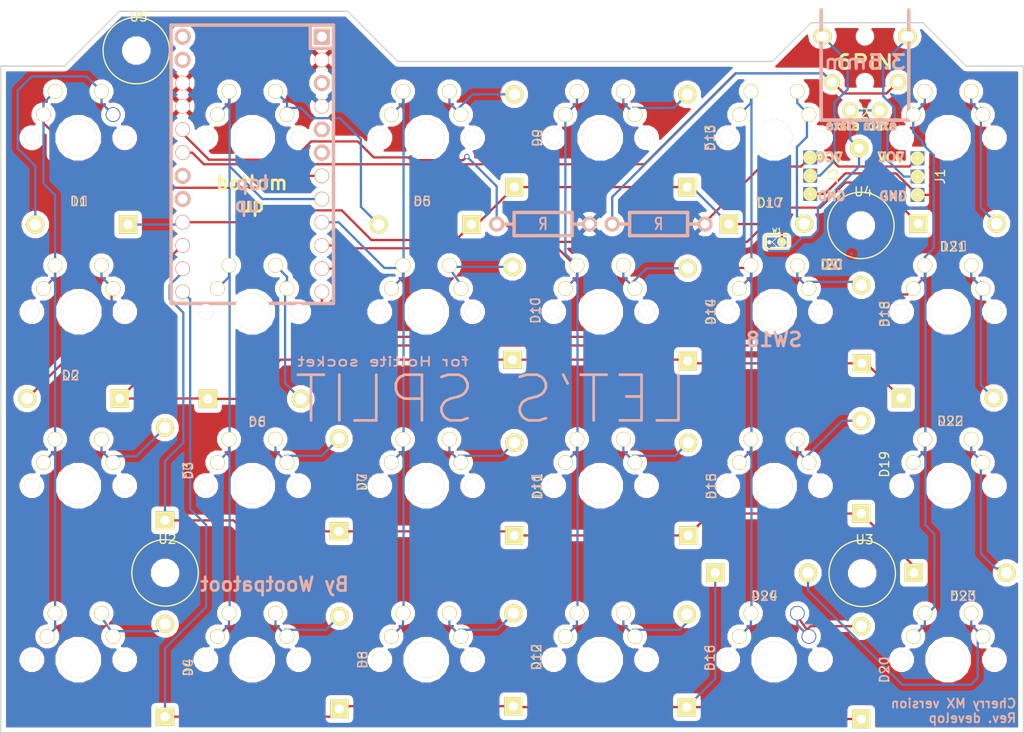
<source format=kicad_pcb>
(kicad_pcb (version 4) (host pcbnew 4.0.6)
  (layers (0 F.Cu signal) (31 B.Cu signal) (34 B.Paste user) (35 F.Paste user) (36 B.SilkS user) (37 F.SilkS user) (38 B.Mask user) (39 F.Mask user) (44 Edge.Cuts user))
  (net 0 "")
  (net 1 "Net-(D1-Pad2)")
  (net 2 row0)
  (net 3 "Net-(D2-Pad2)")
  (net 4 row1)
  (net 5 "Net-(D3-Pad2)")
  (net 6 row2)
  (net 7 "Net-(D4-Pad2)")
  (net 8 row3)
  (net 9 "Net-(D5-Pad2)")
  (net 10 "Net-(D6-Pad2)")
  (net 11 "Net-(D7-Pad2)")
  (net 12 "Net-(D8-Pad2)")
  (net 13 "Net-(D9-Pad2)")
  (net 14 "Net-(D10-Pad2)")
  (net 15 "Net-(D11-Pad2)")
  (net 16 "Net-(D12-Pad2)")
  (net 17 "Net-(D13-Pad2)")
  (net 18 "Net-(D14-Pad2)")
  (net 19 "Net-(D15-Pad2)")
  (net 20 "Net-(D16-Pad2)")
  (net 21 "Net-(D17-Pad2)")
  (net 22 "Net-(D18-Pad2)")
  (net 23 "Net-(D19-Pad2)")
  (net 24 "Net-(D20-Pad2)")
  (net 25 "Net-(D21-Pad2)")
  (net 26 "Net-(D22-Pad2)")
  (net 27 "Net-(D23-Pad2)")
  (net 28 "Net-(D24-Pad2)")
  (net 29 GND)
  (net 30 "Net-(J1-Pad2)")
  (net 31 VCC)
  (net 32 data)
  (net 33 xtradata)
  (net 34 "Net-(J2-Pad4)")
  (net 35 "Net-(R1-Pad2)")
  (net 36 col0)
  (net 37 col1)
  (net 38 col2)
  (net 39 col3)
  (net 40 col4)
  (net 41 col5)
  (net 42 "Net-(U1-Pad1)")
  (net 43 "Net-(U1-Pad3)")
  (net 44 "Net-(U1-Pad5)")
  (net 45 "Net-(U1-Pad6)")
  (net 46 "Net-(U1-Pad22)")
  (net 47 "Net-(U1-Pad23)")
  (net 48 "Net-(U1-Pad28)")
  (net 49 "Net-(U1-Pad29)")
  (module flipalps:MXALPS_FLIP (layer F.Cu) (at 121.7 65.9)
    (fp_text reference SW18 (at 0 3.048) (layer B.SilkS) (effects (font (thickness 0.3048)) (justify mirror)))
    (fp_text value SW_PUSH hide)
    (pad 1 thru_hole circle (at -2.54 -5.08) (size 1.61 1.61) (drill 1.42) (layers *.Cu *.Mask F.SilkS) (net 40 col4))
    (pad 2 thru_hole circle (at 3.81 -2.54) (size 1.61 1.61) (drill 1.42) (layers *.Cu *.Mask F.SilkS) (net 22 "Net-(D18-Pad2)"))
    (pad "" np_thru_hole circle (at 0 0) (size 3.98781 3.98781) (drill 3.9878) (layers *.Cu *.Mask F.SilkS) (clearance 0.1524))
    (pad "" np_thru_hole circle (at -5.08 0) (size 1.70181 1.70181) (drill 1.7018) (layers *.Cu *.Mask F.SilkS) (clearance 0.1524))
    (pad "" np_thru_hole circle (at 5.08 0) (size 1.70181 1.70181) (drill 1.7018) (layers *.Cu *.Mask F.SilkS) (clearance 0.1524))
    (pad 1 thru_hole circle (at -3.81 -2.54) (size 1.61 1.61) (drill 1.42) (layers *.Cu *.Mask F.SilkS) (net 40 col4))
    (pad 2 thru_hole circle (at 2.54 -5.08) (size 1.61 1.61) (drill 1.42) (layers *.Cu *.Mask F.SilkS) (net 22 "Net-(D18-Pad2)"))
  )
  (module Diodes_ThroughHole:Diode_DO-41_SOD81_Horizontal_RM10 (layer F.Cu) (at 131.25 110.5 90)
    (fp_text reference D20 (at 5.38734 2.53746 90) (layer F.SilkS))
    (fp_text value D)
    (fp_text user D20 (at 5.41 2.54 90) (layer B.SilkS) (effects (justify mirror)))
    (pad 2 thru_hole circle (at 10.16 -0.00254 270) (size 1.99898 1.99898) (drill 1.27) (layers *.Cu *.Mask F.SilkS) (net 24 "Net-(D20-Pad2)"))
    (pad 1 thru_hole rect (at 0 -0.00254 270) (size 1.99898 1.99898) (drill 1.00076) (layers *.Cu *.Mask F.SilkS) (net 8 row3))
  )
  (module Diodes_ThroughHole:Diode_DO-41_SOD81_Horizontal_RM10 (layer F.Cu) (at 74.1 109.4 90)
    (fp_text reference D8 (at 5.38734 2.53746 90) (layer F.SilkS))
    (fp_text value D)
    (fp_text user D8 (at 5.4 2.53 90) (layer B.SilkS) (effects (justify mirror)))
    (pad 2 thru_hole circle (at 10.16 -0.00254 270) (size 1.99898 1.99898) (drill 1.27) (layers *.Cu *.Mask F.SilkS) (net 12 "Net-(D8-Pad2)"))
    (pad 1 thru_hole rect (at 0 -0.00254 270) (size 1.99898 1.99898) (drill 1.00076) (layers *.Cu *.Mask F.SilkS) (net 8 row3))
  )
  (module Diodes_ThroughHole:Diode_DO-41_SOD81_Horizontal_RM10 (layer F.Cu) (at 93.15 109.1 90)
    (fp_text reference D12 (at 5.38734 2.53746 90) (layer F.SilkS))
    (fp_text value D)
    (fp_text user D12 (at 5.39 2.52 90) (layer B.SilkS) (effects (justify mirror)))
    (pad 2 thru_hole circle (at 10.16 -0.00254 270) (size 1.99898 1.99898) (drill 1.27) (layers *.Cu *.Mask F.SilkS) (net 16 "Net-(D12-Pad2)"))
    (pad 1 thru_hole rect (at 0 -0.00254 270) (size 1.99898 1.99898) (drill 1.00076) (layers *.Cu *.Mask F.SilkS) (net 8 row3))
  )
  (module Diodes_ThroughHole:Diode_DO-41_SOD81_Horizontal_RM10 (layer F.Cu) (at 112.15 109.2 90)
    (fp_text reference D16 (at 5.38734 2.53746 90) (layer F.SilkS))
    (fp_text value D)
    (fp_text user D16 (at 5.41 2.51 90) (layer B.SilkS) (effects (justify mirror)))
    (pad 2 thru_hole circle (at 10.16 -0.00254 270) (size 1.99898 1.99898) (drill 1.27) (layers *.Cu *.Mask F.SilkS) (net 20 "Net-(D16-Pad2)"))
    (pad 1 thru_hole rect (at 0 -0.00254 270) (size 1.99898 1.99898) (drill 1.00076) (layers *.Cu *.Mask F.SilkS) (net 8 row3))
  )
  (module Diodes_ThroughHole:Diode_DO-41_SOD81_Horizontal_RM10 (layer F.Cu) (at 115.25 94.5)
    (fp_text reference D24 (at 5.38734 2.53746) (layer F.SilkS))
    (fp_text value D)
    (fp_text user D24 (at 5.39 2.53) (layer B.SilkS) (effects (justify mirror)))
    (pad 2 thru_hole circle (at 10.16 -0.00254 180) (size 1.99898 1.99898) (drill 1.27) (layers *.Cu *.Mask F.SilkS) (net 28 "Net-(D24-Pad2)"))
    (pad 1 thru_hole rect (at 0 -0.00254 180) (size 1.99898 1.99898) (drill 1.00076) (layers *.Cu *.Mask F.SilkS) (net 8 row3))
  )
  (module Diodes_ThroughHole:Diode_DO-41_SOD81_Horizontal_RM10 (layer F.Cu) (at 135.6 75.35)
    (fp_text reference D22 (at 5.38734 2.53746) (layer F.SilkS))
    (fp_text value D)
    (fp_text user D22 (at 5.43 2.54) (layer B.SilkS) (effects (justify mirror)))
    (pad 2 thru_hole circle (at 10.16 -0.00254 180) (size 1.99898 1.99898) (drill 1.27) (layers *.Cu *.Mask F.SilkS) (net 26 "Net-(D22-Pad2)"))
    (pad 1 thru_hole rect (at 0 -0.00254 180) (size 1.99898 1.99898) (drill 1.00076) (layers *.Cu *.Mask F.SilkS) (net 4 row1))
  )
  (module Diodes_ThroughHole:Diode_DO-41_SOD81_Horizontal_RM10 (layer F.Cu) (at 137 94.5)
    (fp_text reference D23 (at 5.38734 2.53746) (layer F.SilkS))
    (fp_text value D)
    (fp_text user D23 (at 5.4 2.54) (layer B.SilkS) (effects (justify mirror)))
    (pad 2 thru_hole circle (at 10.16 -0.00254 180) (size 1.99898 1.99898) (drill 1.27) (layers *.Cu *.Mask F.SilkS) (net 27 "Net-(D23-Pad2)"))
    (pad 1 thru_hole rect (at 0 -0.00254 180) (size 1.99898 1.99898) (drill 1.00076) (layers *.Cu *.Mask F.SilkS) (net 6 row2))
  )
  (module Diodes_ThroughHole:Diode_DO-41_SOD81_Horizontal_RM10 (layer F.Cu) (at 112.3 90.4 90)
    (fp_text reference D15 (at 5.38734 2.53746 90) (layer F.SilkS))
    (fp_text value D)
    (fp_text user D15 (at 5.4 2.53 90) (layer B.SilkS) (effects (justify mirror)))
    (pad 2 thru_hole circle (at 10.16 -0.00254 270) (size 1.99898 1.99898) (drill 1.27) (layers *.Cu *.Mask F.SilkS) (net 19 "Net-(D15-Pad2)"))
    (pad 1 thru_hole rect (at 0 -0.00254 270) (size 1.99898 1.99898) (drill 1.00076) (layers *.Cu *.Mask F.SilkS) (net 6 row2))
  )
  (module Diodes_ThroughHole:Diode_DO-41_SOD81_Horizontal_RM10 (layer F.Cu) (at 93.25 90.4 90)
    (fp_text reference D11 (at 5.38734 2.53746 90) (layer F.SilkS))
    (fp_text value D)
    (fp_text user D11 (at 5.34 2.47 90) (layer B.SilkS) (effects (justify mirror)))
    (pad 2 thru_hole circle (at 10.16 -0.00254 270) (size 1.99898 1.99898) (drill 1.27) (layers *.Cu *.Mask F.SilkS) (net 15 "Net-(D11-Pad2)"))
    (pad 1 thru_hole rect (at 0 -0.00254 270) (size 1.99898 1.99898) (drill 1.00076) (layers *.Cu *.Mask F.SilkS) (net 6 row2))
  )
  (module Diodes_ThroughHole:Diode_DO-41_SOD81_Horizontal_RM10 (layer F.Cu) (at 74.05 89.95 90)
    (fp_text reference D7 (at 5.38734 2.53746 90) (layer F.SilkS))
    (fp_text value D)
    (fp_text user D7 (at 5.4 2.53 90) (layer B.SilkS) (effects (justify mirror)))
    (pad 2 thru_hole circle (at 10.16 -0.00254 270) (size 1.99898 1.99898) (drill 1.27) (layers *.Cu *.Mask F.SilkS) (net 11 "Net-(D7-Pad2)"))
    (pad 1 thru_hole rect (at 0 -0.00254 270) (size 1.99898 1.99898) (drill 1.00076) (layers *.Cu *.Mask F.SilkS) (net 6 row2))
  )
  (module Diodes_ThroughHole:Diode_DO-41_SOD81_Horizontal_RM10 (layer F.Cu) (at 50.05 75.4 180)
    (fp_text reference D2 (at 5.38734 2.53746 180) (layer F.SilkS))
    (fp_text value D)
    (fp_text user D2 (at 5.41 2.48 180) (layer B.SilkS) (effects (justify mirror)))
    (pad 2 thru_hole circle (at 10.16 -0.00254) (size 1.99898 1.99898) (drill 1.27) (layers *.Cu *.Mask F.SilkS) (net 3 "Net-(D2-Pad2)"))
    (pad 1 thru_hole rect (at 0 -0.00254) (size 1.99898 1.99898) (drill 1.00076) (layers *.Cu *.Mask F.SilkS) (net 4 row1))
  )
  (module Diodes_ThroughHole:Diode_DO-41_SOD81_Horizontal_RM10 (layer F.Cu) (at 55 110.25 90)
    (fp_text reference D4 (at 5.38734 2.53746 90) (layer F.SilkS))
    (fp_text value D)
    (fp_text user D4 (at 5.38 2.54 90) (layer B.SilkS) (effects (justify mirror)))
    (pad 2 thru_hole circle (at 10.16 -0.00254 270) (size 1.99898 1.99898) (drill 1.27) (layers *.Cu *.Mask F.SilkS) (net 7 "Net-(D4-Pad2)"))
    (pad 1 thru_hole rect (at 0 -0.00254 270) (size 1.99898 1.99898) (drill 1.00076) (layers *.Cu *.Mask F.SilkS) (net 8 row3))
  )
  (module Diodes_ThroughHole:Diode_DO-41_SOD81_Horizontal_RM10 (layer F.Cu) (at 59.7 75.45)
    (fp_text reference D6 (at 5.38734 2.53746) (layer F.SilkS))
    (fp_text value D)
    (fp_text user D6 (at 5.42 2.47) (layer B.SilkS) (effects (justify mirror)))
    (pad 2 thru_hole circle (at 10.16 -0.00254 180) (size 1.99898 1.99898) (drill 1.27) (layers *.Cu *.Mask F.SilkS) (net 10 "Net-(D6-Pad2)"))
    (pad 1 thru_hole rect (at 0 -0.00254 180) (size 1.99898 1.99898) (drill 1.00076) (layers *.Cu *.Mask F.SilkS) (net 4 row1))
  )
  (module Diodes_ThroughHole:Diode_DO-41_SOD81_Horizontal_RM10 (layer F.Cu) (at 93.05 71.15 90)
    (fp_text reference D10 (at 5.38734 2.53746 90) (layer F.SilkS))
    (fp_text value D)
    (fp_text user D10 (at 5.4 2.5 90) (layer B.SilkS) (effects (justify mirror)))
    (pad 2 thru_hole circle (at 10.16 -0.00254 270) (size 1.99898 1.99898) (drill 1.27) (layers *.Cu *.Mask F.SilkS) (net 14 "Net-(D10-Pad2)"))
    (pad 1 thru_hole rect (at 0 -0.00254 270) (size 1.99898 1.99898) (drill 1.00076) (layers *.Cu *.Mask F.SilkS) (net 4 row1))
  )
  (module Diodes_ThroughHole:Diode_DO-41_SOD81_Horizontal_RM10 (layer F.Cu) (at 112.25 71.3 90)
    (fp_text reference D14 (at 5.38734 2.53746 90) (layer F.SilkS))
    (fp_text value D)
    (fp_text user D14 (at 5.38 2.51 90) (layer B.SilkS) (effects (justify mirror)))
    (pad 2 thru_hole circle (at 10.16 -0.00254 270) (size 1.99898 1.99898) (drill 1.27) (layers *.Cu *.Mask F.SilkS) (net 18 "Net-(D14-Pad2)"))
    (pad 1 thru_hole rect (at 0 -0.00254 270) (size 1.99898 1.99898) (drill 1.00076) (layers *.Cu *.Mask F.SilkS) (net 4 row1))
  )
  (module Diodes_ThroughHole:Diode_DO-41_SOD81_Horizontal_RM10 (layer F.Cu) (at 131.3 71.55 90)
    (fp_text reference D18 (at 5.38734 2.53746 90) (layer F.SilkS))
    (fp_text value D)
    (fp_text user D18 (at 5.44 2.48 90) (layer B.SilkS) (effects (justify mirror)))
    (pad 2 thru_hole circle (at 8.55 -0.05 270) (size 1.99898 1.99898) (drill 1.27) (layers *.Cu *.Mask F.SilkS) (net 22 "Net-(D18-Pad2)"))
    (pad 1 thru_hole rect (at 0 -0.00254 270) (size 1.99898 1.99898) (drill 1.00076) (layers *.Cu *.Mask F.SilkS) (net 4 row1))
  )
  (module Diodes_ThroughHole:Diode_DO-41_SOD81_Horizontal_RM10 (layer F.Cu) (at 135.9 56.25)
    (fp_text reference D21 (at 5.38734 2.53746) (layer F.SilkS))
    (fp_text value D)
    (fp_text user D21 (at 5.51 2.49) (layer B.SilkS) (effects (justify mirror)))
    (pad 2 thru_hole circle (at 10.16 -0.00254 180) (size 1.99898 1.99898) (drill 1.27) (layers *.Cu *.Mask F.SilkS) (net 25 "Net-(D21-Pad2)"))
    (pad 1 thru_hole rect (at 1.6 0 180) (size 1.99898 1.99898) (drill 1.00076) (layers *.Cu *.Mask F.SilkS) (net 2 row0))
  )
  (module Diodes_ThroughHole:Diode_DO-41_SOD81_Horizontal_RM10 (layer F.Cu) (at 116.75 56.3)
    (fp_text reference D17 (at 4.5 -2.3) (layer F.SilkS))
    (fp_text value D)
    (fp_text user D17 (at 4.37 -2.35) (layer B.SilkS) (effects (justify mirror)))
    (pad 2 thru_hole circle (at 8.25 -0.05 180) (size 1.99898 1.99898) (drill 1.27) (layers *.Cu *.Mask F.SilkS) (net 21 "Net-(D17-Pad2)"))
    (pad 1 thru_hole rect (at 0 -0.00254 180) (size 1.99898 1.99898) (drill 1.00076) (layers *.Cu *.Mask F.SilkS) (net 2 row0))
  )
  (module Diodes_ThroughHole:Diode_DO-41_SOD81_Horizontal_RM10 (layer F.Cu) (at 112.2 52.25 90)
    (fp_text reference D13 (at 5.38734 2.53746 90) (layer F.SilkS))
    (fp_text value D)
    (fp_text user D13 (at 5.39 2.46 90) (layer B.SilkS) (effects (justify mirror)))
    (pad 2 thru_hole circle (at 10.16 -0.00254 270) (size 1.99898 1.99898) (drill 1.27) (layers *.Cu *.Mask F.SilkS) (net 17 "Net-(D13-Pad2)"))
    (pad 1 thru_hole rect (at 0 -0.00254 270) (size 1.99898 1.99898) (drill 1.00076) (layers *.Cu *.Mask F.SilkS) (net 2 row0))
  )
  (module Diodes_ThroughHole:Diode_DO-41_SOD81_Horizontal_RM10 (layer F.Cu) (at 93.25 52.25 90)
    (fp_text reference D9 (at 5.38734 2.53746 90) (layer F.SilkS))
    (fp_text value D)
    (fp_text user D9 (at 5.39 2.54 90) (layer B.SilkS) (effects (justify mirror)))
    (pad 2 thru_hole circle (at 10.16 -0.00254 270) (size 1.99898 1.99898) (drill 1.27) (layers *.Cu *.Mask F.SilkS) (net 13 "Net-(D9-Pad2)"))
    (pad 1 thru_hole rect (at 0 -0.00254 270) (size 1.99898 1.99898) (drill 1.00076) (layers *.Cu *.Mask F.SilkS) (net 2 row0))
  )
  (module Diodes_ThroughHole:Diode_DO-41_SOD81_Horizontal_RM10 (layer F.Cu) (at 88.55 56.35 180)
    (fp_text reference D5 (at 5.38734 2.53746 180) (layer F.SilkS))
    (fp_text value D)
    (fp_text user D5 (at 5.4 2.53 180) (layer B.SilkS) (effects (justify mirror)))
    (pad 2 thru_hole circle (at 10.16 -0.00254) (size 1.99898 1.99898) (drill 1.27) (layers *.Cu *.Mask F.SilkS) (net 9 "Net-(D5-Pad2)"))
    (pad 1 thru_hole rect (at 0 -0.00254) (size 1.99898 1.99898) (drill 1.00076) (layers *.Cu *.Mask F.SilkS) (net 2 row0))
  )
  (module Diodes_ThroughHole:Diode_DO-41_SOD81_Horizontal_RM10 (layer F.Cu) (at 50.95 56.35 180)
    (fp_text reference D1 (at 5.38734 2.53746 180) (layer F.SilkS))
    (fp_text value D)
    (fp_text user D1 (at 5.35 2.54 180) (layer B.SilkS) (effects (justify mirror)))
    (pad 2 thru_hole circle (at 10.16 -0.00254) (size 1.99898 1.99898) (drill 1.27) (layers *.Cu *.Mask F.SilkS) (net 1 "Net-(D1-Pad2)"))
    (pad 1 thru_hole rect (at 0 -0.00254) (size 1.99898 1.99898) (drill 1.00076) (layers *.Cu *.Mask F.SilkS) (net 2 row0))
  )
  (module Diodes_ThroughHole:Diode_DO-41_SOD81_Horizontal_RM10 (layer F.Cu) (at 55 88.75 90)
    (fp_text reference D3 (at 5.44 2.55 90) (layer F.SilkS))
    (fp_text value D)
    (fp_text user D3 (at 5.45 2.47 90) (layer B.SilkS) (effects (justify mirror)))
    (pad 2 thru_hole circle (at 10.16 -0.00254 270) (size 1.99898 1.99898) (drill 1.27) (layers *.Cu *.Mask F.SilkS) (net 5 "Net-(D3-Pad2)"))
    (pad 1 thru_hole rect (at 0 -0.00254 270) (size 1.99898 1.99898) (drill 1.00076) (layers *.Cu *.Mask F.SilkS) (net 6 row2))
  )
  (module Diodes_ThroughHole:Diode_DO-41_SOD81_Horizontal_RM10 (layer F.Cu) (at 131.25 88 90)
    (fp_text reference D19 (at 5.38734 2.53746 90) (layer F.SilkS))
    (fp_text value D)
    (pad 2 thru_hole circle (at 10.16 -0.00254 270) (size 1.99898 1.99898) (drill 1.27) (layers *.Cu *.Mask F.SilkS) (net 23 "Net-(D19-Pad2)"))
    (pad 1 thru_hole rect (at 0 -0.00254 270) (size 1.99898 1.99898) (drill 1.00076) (layers *.Cu *.Mask F.SilkS) (net 6 row2))
  )
  (module footprint:4pin35mmAudio (layer F.Cu) (at 131.65 32.85 270)
    (fp_text reference J2 hide)
    (fp_text value 6PIN (at 5.715 0 360) (layer F.SilkS) (effects (font (size 1.524 1.778) (thickness 0.3048))))
    (fp_text user 3.5mm (at 5.715 0 360) (layer B.SilkS) (effects (font (size 1.524 1.778) (thickness 0.3048)) (justify mirror)))
    (pad 1 thru_hole oval (at 2.8956 -4.6482 270) (size 1.7526 2.0574) (drill oval 1.0922 1.397) (layers *.Cu *.Mask F.SilkS) (net 30 "Net-(J1-Pad2)"))
    (pad 2 thru_hole circle (at 7.8994 3.6068 270) (size 1.7526 1.7526) (drill 1.0922) (layers *.Cu *.Mask F.SilkS) (net 32 data))
    (pad 3 thru_hole circle (at 10.9982 -1.6002 270) (size 1.7526 1.7526) (drill 1.0922) (layers *.Cu *.Mask F.SilkS) (net 33 xtradata))
    (pad 4 thru_hole oval (at 2.8956 4.6482 270) (size 1.7526 2.0574) (drill oval 1.0922 1.397) (layers *.Cu *.Mask F.SilkS) (net 34 "Net-(J2-Pad4)"))
    (pad 5 thru_hole circle (at 10.9982 1.6002 270) (size 1.7526 1.7526) (drill 1.0922) (layers *.Cu *.Mask F.SilkS) (net 33 xtradata))
    (pad 6 thru_hole circle (at 7.8994 -3.6068 270) (size 1.7526 1.7526) (drill 1.0922) (layers *.Cu *.Mask F.SilkS) (net 32 data))
    (pad HOLE np_thru_hole circle (at 2.8956 0 270) (size 0.9906 0.9906) (drill 0.9906) (layers *.Cu *.Mask F.SilkS))
    (pad HOLE np_thru_hole circle (at 7.8994 0 270) (size 0.9906 0.9906) (drill 0.9906) (layers *.Cu *.Mask F.SilkS))
  )
  (module footprint:RESISTOR (layer B.Cu) (at 96.4 56.3 180)
    (fp_text reference R1 hide)
    (fp_text value R (at 0 0 360) (layer B.SilkS) (effects (font (size 1.27 1.016) (thickness 0.2032)) (justify mirror)))
    (pad 1 thru_hole circle (at -5.08 0 180) (size 1.651 1.651) (drill 0.9906) (layers *.Cu *.SilkS *.Mask) (net 31 VCC))
    (pad 2 thru_hole circle (at 5.08 0 180) (size 1.651 1.651) (drill 0.9906) (layers *.Cu *.SilkS *.Mask) (net 35 "Net-(R1-Pad2)"))
  )
  (module footprint:RESISTOR (layer B.Cu) (at 109.05 56.3)
    (fp_text reference R2 hide)
    (fp_text value R (at 0 0) (layer B.SilkS) (effects (font (size 1.27 1.016) (thickness 0.2032)) (justify mirror)))
    (pad 1 thru_hole circle (at -5.08 0) (size 1.651 1.651) (drill 0.9906) (layers *.Cu *.SilkS *.Mask) (net 32 data))
    (pad 2 thru_hole circle (at 5.08 0) (size 1.651 1.651) (drill 0.9906) (layers *.Cu *.SilkS *.Mask) (net 31 VCC))
  )
  (module flipalps:MXALPS_FLIP (layer F.Cu) (at 45.5 46.85)
    (fp_text reference SW1 hide)
    (fp_text value SW_PUSH hide)
    (pad 1 thru_hole circle (at -2.54 -5.08) (size 1.61 1.61) (drill 1.42) (layers *.Cu *.Mask F.SilkS) (net 36 col0))
    (pad 2 thru_hole circle (at 3.81 -2.54) (size 1.61 1.61) (drill 1.42) (layers *.Cu *.Mask) (net 1 "Net-(D1-Pad2)"))
    (pad "" np_thru_hole circle (at 0 0) (size 3.98781 3.98781) (drill 3.9878) (layers *.Cu *.Mask F.SilkS) (clearance 0.1524))
    (pad "" np_thru_hole circle (at -5.08 0) (size 1.70181 1.70181) (drill 1.7018) (layers *.Cu *.Mask F.SilkS) (clearance 0.1524))
    (pad "" np_thru_hole circle (at 5.08 0) (size 1.70181 1.70181) (drill 1.7018) (layers *.Cu *.Mask F.SilkS) (clearance 0.1524))
    (pad 1 thru_hole circle (at -3.81 -2.54) (size 1.61 1.61) (drill 1.42) (layers *.Cu *.Mask F.SilkS) (net 36 col0))
    (pad 2 thru_hole circle (at 2.54 -5.08) (size 1.61 1.61) (drill 1.42) (layers *.Cu *.Mask F.SilkS) (net 1 "Net-(D1-Pad2)"))
  )
  (module flipalps:MXALPS_FLIP (layer F.Cu) (at 45.55 65.95)
    (fp_text reference SW2 hide)
    (fp_text value SW_PUSH hide)
    (pad 1 thru_hole circle (at -2.59 -5.13) (size 1.61 1.61) (drill 1.42) (layers *.Cu *.Mask F.SilkS) (net 36 col0))
    (pad 2 thru_hole circle (at 3.76 -2.59) (size 1.61 1.61) (drill 1.42) (layers *.Cu *.Mask F.SilkS) (net 3 "Net-(D2-Pad2)"))
    (pad "" np_thru_hole circle (at 0 -0.05) (size 3.98781 3.98781) (drill 3.9878) (layers *.Cu *.Mask F.SilkS) (clearance 0.1524))
    (pad "" np_thru_hole circle (at -5.13 -0.05) (size 1.70181 1.70181) (drill 1.7018) (layers *.Cu *.Mask F.SilkS) (clearance 0.1524))
    (pad "" np_thru_hole circle (at 5.03 -0.05) (size 1.70181 1.70181) (drill 1.7018) (layers *.Cu *.Mask F.SilkS) (clearance 0.1524))
    (pad 1 thru_hole circle (at -3.86 -2.59) (size 1.61 1.61) (drill 1.42) (layers *.Cu *.Mask F.SilkS) (net 36 col0))
    (pad 2 thru_hole circle (at 2.49 -5.13) (size 1.61 1.61) (drill 1.42) (layers *.Cu *.Mask F.SilkS) (net 3 "Net-(D2-Pad2)"))
  )
  (module flipalps:MXALPS_FLIP (layer F.Cu) (at 45.5 85)
    (fp_text reference SW3 hide)
    (fp_text value SW_PUSH hide)
    (pad 1 thru_hole circle (at -2.54 -5.13) (size 1.61 1.61) (drill 1.42) (layers *.Cu *.Mask F.SilkS) (net 36 col0))
    (pad 2 thru_hole circle (at 3.81 -2.59) (size 1.61 1.61) (drill 1.42) (layers *.Cu *.Mask F.SilkS) (net 5 "Net-(D3-Pad2)"))
    (pad "" np_thru_hole circle (at 0 -0.05) (size 3.98781 3.98781) (drill 3.9878) (layers *.Cu *.Mask F.SilkS) (clearance 0.1524))
    (pad "" np_thru_hole circle (at -5.08 -0.05) (size 1.70181 1.70181) (drill 1.7018) (layers *.Cu *.Mask F.SilkS) (clearance 0.1524))
    (pad "" np_thru_hole circle (at 5.08 -0.05) (size 1.70181 1.70181) (drill 1.7018) (layers *.Cu *.Mask F.SilkS) (clearance 0.1524))
    (pad 1 thru_hole circle (at -3.81 -2.59) (size 1.61 1.61) (drill 1.42) (layers *.Cu *.Mask F.SilkS) (net 36 col0))
    (pad 2 thru_hole circle (at 2.54 -5.13) (size 1.61 1.61) (drill 1.42) (layers *.Cu *.Mask F.SilkS) (net 5 "Net-(D3-Pad2)"))
  )
  (module flipalps:MXALPS_FLIP (layer F.Cu) (at 45.5 104.15)
    (fp_text reference SW4 hide)
    (fp_text value SW_PUSH hide)
    (pad 1 thru_hole circle (at -2.54 -5.23) (size 1.61 1.61) (drill 1.42) (layers *.Cu *.Mask F.SilkS) (net 36 col0))
    (pad 2 thru_hole circle (at 3.81 -2.69) (size 1.61 1.61) (drill 1.42) (layers *.Cu *.Mask F.SilkS) (net 7 "Net-(D4-Pad2)"))
    (pad "" np_thru_hole circle (at 0 -0.15) (size 3.98781 3.98781) (drill 3.9878) (layers *.Cu *.Mask F.SilkS) (clearance 0.1524))
    (pad "" np_thru_hole circle (at -5.08 -0.15) (size 1.70181 1.70181) (drill 1.7018) (layers *.Cu *.Mask F.SilkS) (clearance 0.1524))
    (pad "" np_thru_hole circle (at 5.08 -0.15) (size 1.70181 1.70181) (drill 1.7018) (layers *.Cu *.Mask F.SilkS) (clearance 0.1524))
    (pad 1 thru_hole circle (at -3.405 -2.69) (size 1.61 1.61) (drill 1.42) (layers *.Cu *.Mask F.SilkS) (net 36 col0))
    (pad 2 thru_hole circle (at 2.54 -5.23) (size 1.61 1.61) (drill 1.42) (layers *.Cu *.Mask F.SilkS) (net 7 "Net-(D4-Pad2)"))
  )
  (module flipalps:MXALPS_FLIP (layer F.Cu) (at 64.55 46.85)
    (fp_text reference SW5 hide)
    (fp_text value SW_PUSH hide)
    (pad 1 thru_hole circle (at -2.54 -5.08) (size 1.61 1.61) (drill 1.42) (layers *.Cu *.Mask F.SilkS) (net 37 col1))
    (pad 2 thru_hole circle (at 3.81 -2.54) (size 1.61 1.61) (drill 1.42) (layers *.Cu *.Mask F.SilkS) (net 9 "Net-(D5-Pad2)"))
    (pad "" np_thru_hole circle (at 0 0) (size 3.98781 3.98781) (drill 3.9878) (layers *.Cu *.Mask F.SilkS) (clearance 0.1524))
    (pad "" np_thru_hole circle (at -5.08 0) (size 1.70181 1.70181) (drill 1.7018) (layers *.Cu *.Mask F.SilkS) (clearance 0.1524))
    (pad "" np_thru_hole circle (at 5.08 0) (size 1.70181 1.70181) (drill 1.7018) (layers *.Cu *.Mask F.SilkS) (clearance 0.1524))
    (pad 1 thru_hole circle (at -3.81 -2.54) (size 1.61 1.61) (drill 1.42) (layers *.Cu *.Mask F.SilkS) (net 37 col1))
    (pad 2 thru_hole circle (at 2.54 -5.08) (size 1.61 1.61) (drill 1.42) (layers *.Cu *.Mask F.SilkS) (net 9 "Net-(D5-Pad2)"))
  )
  (module flipalps:MXALPS_FLIP (layer F.Cu) (at 64.55 65.9)
    (fp_text reference SW6 hide)
    (fp_text value SW_PUSH hide)
    (pad 1 thru_hole circle (at -2.54 -5.08) (size 1.61 1.61) (drill 1.42) (layers *.Cu *.Mask F.SilkS) (net 37 col1))
    (pad 2 thru_hole circle (at 3.81 -2.54) (size 1.61 1.61) (drill 1.42) (layers *.Cu *.Mask F.SilkS) (net 10 "Net-(D6-Pad2)"))
    (pad "" np_thru_hole circle (at 0 0) (size 3.98781 3.98781) (drill 3.9878) (layers *.Cu *.Mask F.SilkS) (clearance 0.1524))
    (pad "" np_thru_hole circle (at -5.08 0) (size 1.70181 1.70181) (drill 1.7018) (layers *.Cu *.Mask F.SilkS) (clearance 0.1524))
    (pad "" np_thru_hole circle (at 5.08 0) (size 1.70181 1.70181) (drill 1.7018) (layers *.Cu *.Mask F.SilkS) (clearance 0.1524))
    (pad 1 thru_hole circle (at -3.81 -2.54) (size 1.61 1.61) (drill 1.42) (layers *.Cu *.Mask F.SilkS) (net 37 col1))
    (pad 2 thru_hole circle (at 2.54 -5.08) (size 1.61 1.61) (drill 1.42) (layers *.Cu *.Mask F.SilkS) (net 10 "Net-(D6-Pad2)"))
  )
  (module flipalps:MXALPS_FLIP (layer F.Cu) (at 64.55 84.95)
    (fp_text reference SW7 hide)
    (fp_text value SW_PUSH hide)
    (pad 1 thru_hole circle (at -2.54 -5.08) (size 1.61 1.61) (drill 1.42) (layers *.Cu *.Mask F.SilkS) (net 37 col1))
    (pad 2 thru_hole circle (at 3.81 -2.54) (size 1.61 1.61) (drill 1.42) (layers *.Cu *.Mask F.SilkS) (net 11 "Net-(D7-Pad2)"))
    (pad "" np_thru_hole circle (at 0 0) (size 3.98781 3.98781) (drill 3.9878) (layers *.Cu *.Mask F.SilkS) (clearance 0.1524))
    (pad "" np_thru_hole circle (at -5.08 0) (size 1.70181 1.70181) (drill 1.7018) (layers *.Cu *.Mask F.SilkS) (clearance 0.1524))
    (pad "" np_thru_hole circle (at 5.08 0) (size 1.70181 1.70181) (drill 1.7018) (layers *.Cu *.Mask F.SilkS) (clearance 0.1524))
    (pad 1 thru_hole circle (at -3.81 -2.54) (size 1.61 1.61) (drill 1.42) (layers *.Cu *.Mask F.SilkS) (net 37 col1))
    (pad 2 thru_hole circle (at 2.54 -5.08) (size 1.61 1.61) (drill 1.42) (layers *.Cu *.Mask F.SilkS) (net 11 "Net-(D7-Pad2)"))
  )
  (module flipalps:MXALPS_FLIP (layer F.Cu) (at 64.55 104)
    (fp_text reference SW8 hide)
    (fp_text value SW_PUSH hide)
    (pad 1 thru_hole circle (at -2.54 -5.08) (size 1.61 1.61) (drill 1.42) (layers *.Cu *.Mask F.SilkS) (net 37 col1))
    (pad 2 thru_hole circle (at 3.81 -2.54) (size 1.61 1.61) (drill 1.42) (layers *.Cu *.Mask F.SilkS) (net 12 "Net-(D8-Pad2)"))
    (pad "" np_thru_hole circle (at 0 0) (size 3.98781 3.98781) (drill 3.9878) (layers *.Cu *.Mask F.SilkS) (clearance 0.1524))
    (pad "" np_thru_hole circle (at -5.08 0) (size 1.70181 1.70181) (drill 1.7018) (layers *.Cu *.Mask F.SilkS) (clearance 0.1524))
    (pad "" np_thru_hole circle (at 5.08 0) (size 1.70181 1.70181) (drill 1.7018) (layers *.Cu *.Mask F.SilkS) (clearance 0.1524))
    (pad 1 thru_hole circle (at -3.81 -2.54) (size 1.61 1.61) (drill 1.42) (layers *.Cu *.Mask F.SilkS) (net 37 col1))
    (pad 2 thru_hole circle (at 2.54 -5.08) (size 1.61 1.61) (drill 1.42) (layers *.Cu *.Mask F.SilkS) (net 12 "Net-(D8-Pad2)"))
  )
  (module flipalps:MXALPS_FLIP (layer F.Cu) (at 83.6 46.85)
    (fp_text reference SW9 hide)
    (fp_text value SW_PUSH hide)
    (pad 1 thru_hole circle (at -2.54 -5.08) (size 1.61 1.61) (drill 1.42) (layers *.Cu *.Mask F.SilkS) (net 38 col2))
    (pad 2 thru_hole circle (at 3.81 -2.54) (size 1.61 1.61) (drill 1.42) (layers *.Cu *.Mask F.SilkS) (net 13 "Net-(D9-Pad2)"))
    (pad "" np_thru_hole circle (at 0 0) (size 3.98781 3.98781) (drill 3.9878) (layers *.Cu *.Mask F.SilkS) (clearance 0.1524))
    (pad "" np_thru_hole circle (at -5.08 0) (size 1.70181 1.70181) (drill 1.7018) (layers *.Cu *.Mask F.SilkS) (clearance 0.1524))
    (pad "" np_thru_hole circle (at 5.08 0) (size 1.70181 1.70181) (drill 1.7018) (layers *.Cu *.Mask F.SilkS) (clearance 0.1524))
    (pad 1 thru_hole circle (at -3.81 -2.54) (size 1.61 1.61) (drill 1.42) (layers *.Cu *.Mask F.SilkS) (net 38 col2))
    (pad 2 thru_hole circle (at 2.54 -5.08) (size 1.61 1.61) (drill 1.42) (layers *.Cu *.Mask F.SilkS) (net 13 "Net-(D9-Pad2)"))
  )
  (module flipalps:MXALPS_FLIP (layer F.Cu) (at 83.6 65.9)
    (fp_text reference SW10 hide)
    (fp_text value SW_PUSH hide)
    (pad 1 thru_hole circle (at -2.54 -5.08) (size 1.61 1.61) (drill 1.42) (layers *.Cu *.Mask F.SilkS) (net 38 col2))
    (pad 2 thru_hole circle (at 3.81 -2.54) (size 1.61 1.61) (drill 1.42) (layers *.Cu *.Mask F.SilkS) (net 14 "Net-(D10-Pad2)"))
    (pad "" np_thru_hole circle (at 0 0) (size 3.98781 3.98781) (drill 3.9878) (layers *.Cu *.Mask F.SilkS) (clearance 0.1524))
    (pad "" np_thru_hole circle (at -5.08 0) (size 1.70181 1.70181) (drill 1.7018) (layers *.Cu *.Mask F.SilkS) (clearance 0.1524))
    (pad "" np_thru_hole circle (at 5.08 0) (size 1.70181 1.70181) (drill 1.7018) (layers *.Cu *.Mask F.SilkS) (clearance 0.1524))
    (pad 1 thru_hole circle (at -3.81 -2.54) (size 1.61 1.61) (drill 1.42) (layers *.Cu *.Mask F.SilkS) (net 38 col2))
    (pad 2 thru_hole circle (at 2.54 -5.08) (size 1.61 1.61) (drill 1.42) (layers *.Cu *.Mask F.SilkS) (net 14 "Net-(D10-Pad2)"))
  )
  (module flipalps:MXALPS_FLIP (layer F.Cu) (at 83.6 84.95)
    (fp_text reference SW11 hide)
    (fp_text value SW_PUSH hide)
    (pad 1 thru_hole circle (at -2.54 -5.08) (size 1.61 1.61) (drill 1.42) (layers *.Cu *.Mask F.SilkS) (net 38 col2))
    (pad 2 thru_hole circle (at 3.81 -2.54) (size 1.61 1.61) (drill 1.42) (layers *.Cu *.Mask F.SilkS) (net 15 "Net-(D11-Pad2)"))
    (pad "" np_thru_hole circle (at 0 0) (size 3.98781 3.98781) (drill 3.9878) (layers *.Cu *.Mask F.SilkS) (clearance 0.1524))
    (pad "" np_thru_hole circle (at -5.08 0) (size 1.70181 1.70181) (drill 1.7018) (layers *.Cu *.Mask F.SilkS) (clearance 0.1524))
    (pad "" np_thru_hole circle (at 5.08 0) (size 1.70181 1.70181) (drill 1.7018) (layers *.Cu *.Mask F.SilkS) (clearance 0.1524))
    (pad 1 thru_hole circle (at -3.81 -2.54) (size 1.61 1.61) (drill 1.42) (layers *.Cu *.Mask F.SilkS) (net 38 col2))
    (pad 2 thru_hole circle (at 2.54 -5.08) (size 1.61 1.61) (drill 1.42) (layers *.Cu *.Mask F.SilkS) (net 15 "Net-(D11-Pad2)"))
  )
  (module flipalps:MXALPS_FLIP (layer F.Cu) (at 83.6 104)
    (fp_text reference SW12 hide)
    (fp_text value SW_PUSH hide)
    (pad 1 thru_hole circle (at -2.54 -5.08) (size 1.61 1.61) (drill 1.42) (layers *.Cu *.Mask F.SilkS) (net 38 col2))
    (pad 2 thru_hole circle (at 3.81 -2.54) (size 1.61 1.61) (drill 1.42) (layers *.Cu *.Mask F.SilkS) (net 16 "Net-(D12-Pad2)"))
    (pad "" np_thru_hole circle (at 0 0) (size 3.98781 3.98781) (drill 3.9878) (layers *.Cu *.Mask F.SilkS) (clearance 0.1524))
    (pad "" np_thru_hole circle (at -5.08 0) (size 1.70181 1.70181) (drill 1.7018) (layers *.Cu *.Mask F.SilkS) (clearance 0.1524))
    (pad "" np_thru_hole circle (at 5.08 0) (size 1.70181 1.70181) (drill 1.7018) (layers *.Cu *.Mask F.SilkS) (clearance 0.1524))
    (pad 1 thru_hole circle (at -3.81 -2.54) (size 1.61 1.61) (drill 1.42) (layers *.Cu *.Mask F.SilkS) (net 38 col2))
    (pad 2 thru_hole circle (at 2.54 -5.08) (size 1.61 1.61) (drill 1.42) (layers *.Cu *.Mask F.SilkS) (net 16 "Net-(D12-Pad2)"))
  )
  (module flipalps:MXALPS_FLIP (layer F.Cu) (at 102.65 46.85)
    (fp_text reference SW13 hide)
    (fp_text value SW_PUSH hide)
    (pad 1 thru_hole circle (at -2.54 -5.08) (size 1.61 1.61) (drill 1.42) (layers *.Cu *.Mask F.SilkS) (net 39 col3))
    (pad 2 thru_hole circle (at 3.81 -2.54) (size 1.61 1.61) (drill 1.42) (layers *.Cu *.Mask F.SilkS) (net 17 "Net-(D13-Pad2)"))
    (pad "" np_thru_hole circle (at 0 0) (size 3.98781 3.98781) (drill 3.9878) (layers *.Cu *.Mask F.SilkS) (clearance 0.1524))
    (pad "" np_thru_hole circle (at -5.08 0) (size 1.70181 1.70181) (drill 1.7018) (layers *.Cu *.Mask F.SilkS) (clearance 0.1524))
    (pad "" np_thru_hole circle (at 5.08 0) (size 1.70181 1.70181) (drill 1.7018) (layers *.Cu *.Mask F.SilkS) (clearance 0.1524))
    (pad 1 thru_hole circle (at -3.81 -2.54) (size 1.61 1.61) (drill 1.42) (layers *.Cu *.Mask F.SilkS) (net 39 col3))
    (pad 2 thru_hole circle (at 2.54 -5.08) (size 1.61 1.61) (drill 1.42) (layers *.Cu *.Mask F.SilkS) (net 17 "Net-(D13-Pad2)"))
  )
  (module flipalps:MXALPS_FLIP (layer F.Cu) (at 102.65 65.9)
    (fp_text reference SW14 hide)
    (fp_text value SW_PUSH hide)
    (pad 1 thru_hole circle (at -2.54 -5.08) (size 1.61 1.61) (drill 1.42) (layers *.Cu *.Mask F.SilkS) (net 39 col3))
    (pad 2 thru_hole circle (at 3.81 -2.54) (size 1.61 1.61) (drill 1.42) (layers *.Cu *.Mask F.SilkS) (net 18 "Net-(D14-Pad2)"))
    (pad "" np_thru_hole circle (at 0 0) (size 3.98781 3.98781) (drill 3.9878) (layers *.Cu *.Mask F.SilkS) (clearance 0.1524))
    (pad "" np_thru_hole circle (at -5.08 0) (size 1.70181 1.70181) (drill 1.7018) (layers *.Cu *.Mask F.SilkS) (clearance 0.1524))
    (pad "" np_thru_hole circle (at 5.08 0) (size 1.70181 1.70181) (drill 1.7018) (layers *.Cu *.Mask F.SilkS) (clearance 0.1524))
    (pad 1 thru_hole circle (at -3.81 -2.54) (size 1.61 1.61) (drill 1.42) (layers *.Cu *.Mask F.SilkS) (net 39 col3))
    (pad 2 thru_hole circle (at 2.54 -5.08) (size 1.61 1.61) (drill 1.42) (layers *.Cu *.Mask F.SilkS) (net 18 "Net-(D14-Pad2)"))
  )
  (module flipalps:MXALPS_FLIP (layer F.Cu) (at 102.65 84.95)
    (fp_text reference SW15 hide)
    (fp_text value SW_PUSH hide)
    (pad 1 thru_hole circle (at -2.54 -5.08) (size 1.61 1.61) (drill 1.42) (layers *.Cu *.Mask F.SilkS) (net 39 col3))
    (pad 2 thru_hole circle (at 3.81 -2.54) (size 1.61 1.61) (drill 1.42) (layers *.Cu *.Mask F.SilkS) (net 19 "Net-(D15-Pad2)"))
    (pad "" np_thru_hole circle (at 0 0) (size 3.98781 3.98781) (drill 3.9878) (layers *.Cu *.Mask F.SilkS) (clearance 0.1524))
    (pad "" np_thru_hole circle (at -5.08 0) (size 1.70181 1.70181) (drill 1.7018) (layers *.Cu *.Mask F.SilkS) (clearance 0.1524))
    (pad "" np_thru_hole circle (at 5.08 0) (size 1.70181 1.70181) (drill 1.7018) (layers *.Cu *.Mask F.SilkS) (clearance 0.1524))
    (pad 1 thru_hole circle (at -3.81 -2.54) (size 1.61 1.61) (drill 1.42) (layers *.Cu *.Mask F.SilkS) (net 39 col3))
    (pad 2 thru_hole circle (at 2.54 -5.08) (size 1.61 1.61) (drill 1.42) (layers *.Cu *.Mask F.SilkS) (net 19 "Net-(D15-Pad2)"))
  )
  (module flipalps:MXALPS_FLIP (layer F.Cu) (at 102.65 104)
    (fp_text reference SW16 hide)
    (fp_text value SW_PUSH hide)
    (pad 1 thru_hole circle (at -2.54 -5.08) (size 1.61 1.61) (drill 1.42) (layers *.Cu *.Mask F.SilkS) (net 39 col3))
    (pad 2 thru_hole circle (at 3.81 -2.54) (size 1.61 1.61) (drill 1.42) (layers *.Cu *.Mask F.SilkS) (net 20 "Net-(D16-Pad2)"))
    (pad "" np_thru_hole circle (at 0 0) (size 3.98781 3.98781) (drill 3.9878) (layers *.Cu *.Mask F.SilkS) (clearance 0.1524))
    (pad "" np_thru_hole circle (at -5.08 0) (size 1.70181 1.70181) (drill 1.7018) (layers *.Cu *.Mask F.SilkS) (clearance 0.1524))
    (pad "" np_thru_hole circle (at 5.08 0) (size 1.70181 1.70181) (drill 1.7018) (layers *.Cu *.Mask F.SilkS) (clearance 0.1524))
    (pad 1 thru_hole circle (at -3.81 -2.54) (size 1.61 1.61) (drill 1.42) (layers *.Cu *.Mask F.SilkS) (net 39 col3))
    (pad 2 thru_hole circle (at 2.54 -5.08) (size 1.61 1.61) (drill 1.42) (layers *.Cu *.Mask F.SilkS) (net 20 "Net-(D16-Pad2)"))
  )
  (module flipalps:MXALPS_FLIP (layer F.Cu) (at 121.7 46.85)
    (fp_text reference SW17 hide)
    (fp_text value SW_PUSH hide)
    (pad 1 thru_hole circle (at -2.54 -5.08) (size 1.61 1.61) (drill 1.42) (layers *.Cu *.Mask F.SilkS) (net 40 col4))
    (pad 2 thru_hole circle (at 3.81 -2.54) (size 1.61 1.61) (drill 1.42) (layers *.Cu *.Mask F.SilkS) (net 21 "Net-(D17-Pad2)"))
    (pad "" np_thru_hole circle (at 0 0) (size 3.98781 3.98781) (drill 3.9878) (layers *.Cu *.Mask F.SilkS) (clearance 0.1524))
    (pad "" np_thru_hole circle (at -5.08 0) (size 1.70181 1.70181) (drill 1.7018) (layers *.Cu *.Mask F.SilkS) (clearance 0.1524))
    (pad "" np_thru_hole circle (at 5.08 0) (size 1.70181 1.70181) (drill 1.7018) (layers *.Cu *.Mask F.SilkS) (clearance 0.1524))
    (pad 1 thru_hole circle (at -3.81 -2.54) (size 1.61 1.61) (drill 1.42) (layers *.Cu *.Mask F.SilkS) (net 40 col4))
    (pad 2 thru_hole circle (at 2.54 -5.08) (size 1.61 1.61) (drill 1.42) (layers *.Cu *.Mask F.SilkS) (net 21 "Net-(D17-Pad2)"))
  )
  (module flipalps:MXALPS_FLIP (layer F.Cu) (at 121.7 84.95)
    (fp_text reference SW19 hide)
    (fp_text value SW_PUSH hide)
    (pad 1 thru_hole circle (at -2.54 -5.08) (size 1.61 1.61) (drill 1.42) (layers *.Cu *.Mask F.SilkS) (net 40 col4))
    (pad 2 thru_hole circle (at 3.81 -2.54) (size 1.61 1.61) (drill 1.42) (layers *.Cu *.Mask F.SilkS) (net 23 "Net-(D19-Pad2)"))
    (pad "" np_thru_hole circle (at 0 0) (size 3.98781 3.98781) (drill 3.9878) (layers *.Cu *.Mask F.SilkS) (clearance 0.1524))
    (pad "" np_thru_hole circle (at -5.08 0) (size 1.70181 1.70181) (drill 1.7018) (layers *.Cu *.Mask F.SilkS) (clearance 0.1524))
    (pad "" np_thru_hole circle (at 5.08 0) (size 1.70181 1.70181) (drill 1.7018) (layers *.Cu *.Mask F.SilkS) (clearance 0.1524))
    (pad 1 thru_hole circle (at -3.81 -2.54) (size 1.61 1.61) (drill 1.42) (layers *.Cu *.Mask F.SilkS) (net 40 col4))
    (pad 2 thru_hole circle (at 2.54 -5.08) (size 1.61 1.61) (drill 1.42) (layers *.Cu *.Mask F.SilkS) (net 23 "Net-(D19-Pad2)"))
  )
  (module flipalps:MXALPS_FLIP (layer F.Cu) (at 121.7 104)
    (fp_text reference "" (at 0 3.048) (layer B.SilkS) (effects (font (thickness 0.3048)) (justify mirror)))
    (fp_text value SW_PUSH hide)
    (pad 1 thru_hole circle (at -2.54 -5.08) (size 1.61 1.61) (drill 1.42) (layers *.Cu *.Mask F.SilkS) (net 40 col4))
    (pad 2 thru_hole circle (at 3.81 -2.54) (size 1.61 1.61) (drill 1.42) (layers *.Cu *.Mask) (net 24 "Net-(D20-Pad2)"))
    (pad "" np_thru_hole circle (at 0 0) (size 3.98781 3.98781) (drill 3.9878) (layers *.Cu *.Mask F.SilkS) (clearance 0.1524))
    (pad "" np_thru_hole circle (at -5.08 0) (size 1.70181 1.70181) (drill 1.7018) (layers *.Cu *.Mask F.SilkS) (clearance 0.1524))
    (pad "" np_thru_hole circle (at 5.08 0) (size 1.70181 1.70181) (drill 1.7018) (layers *.Cu *.Mask F.SilkS) (clearance 0.1524))
    (pad 1 thru_hole circle (at -3.81 -2.54) (size 1.61 1.61) (drill 1.42) (layers *.Cu *.Mask F.SilkS) (net 40 col4))
    (pad 2 thru_hole circle (at 2.54 -5.08) (size 1.61 1.61) (drill 1.42) (layers *.Cu *.Mask) (net 24 "Net-(D20-Pad2)"))
  )
  (module flipalps:MXALPS_FLIP (layer F.Cu) (at 140.75 46.85)
    (fp_text reference SW21 hide)
    (fp_text value SW_PUSH hide)
    (pad 1 thru_hole circle (at -2.54 -5.08) (size 1.61 1.61) (drill 1.42) (layers *.Cu *.Mask F.SilkS) (net 41 col5))
    (pad 2 thru_hole circle (at 3.81 -2.54) (size 1.61 1.61) (drill 1.42) (layers *.Cu *.Mask F.SilkS) (net 25 "Net-(D21-Pad2)"))
    (pad "" np_thru_hole circle (at 0 0) (size 3.98781 3.98781) (drill 3.9878) (layers *.Cu *.Mask F.SilkS) (clearance 0.1524))
    (pad "" np_thru_hole circle (at -5.08 0) (size 1.70181 1.70181) (drill 1.7018) (layers *.Cu *.Mask F.SilkS) (clearance 0.1524))
    (pad "" np_thru_hole circle (at 5.08 0) (size 1.70181 1.70181) (drill 1.7018) (layers *.Cu *.Mask F.SilkS) (clearance 0.1524))
    (pad 1 thru_hole circle (at -3.81 -2.54) (size 1.61 1.61) (drill 1.42) (layers *.Cu *.Mask F.SilkS) (net 41 col5))
    (pad 2 thru_hole circle (at 2.54 -5.08) (size 1.61 1.61) (drill 1.42) (layers *.Cu *.Mask F.SilkS) (net 25 "Net-(D21-Pad2)"))
  )
  (module flipalps:MXALPS_FLIP (layer F.Cu) (at 140.75 65.9)
    (fp_text reference SW22 hide)
    (fp_text value SW_PUSH hide)
    (pad 1 thru_hole circle (at -2.54 -5.08) (size 1.61 1.61) (drill 1.42) (layers *.Cu *.Mask F.SilkS) (net 41 col5))
    (pad 2 thru_hole circle (at 3.81 -2.54) (size 1.61 1.61) (drill 1.42) (layers *.Cu *.Mask F.SilkS) (net 26 "Net-(D22-Pad2)"))
    (pad "" np_thru_hole circle (at 0 0) (size 3.98781 3.98781) (drill 3.9878) (layers *.Cu *.Mask F.SilkS) (clearance 0.1524))
    (pad "" np_thru_hole circle (at -5.08 0) (size 1.70181 1.70181) (drill 1.7018) (layers *.Cu *.Mask F.SilkS) (clearance 0.1524))
    (pad "" np_thru_hole circle (at 5.08 0) (size 1.70181 1.70181) (drill 1.7018) (layers *.Cu *.Mask F.SilkS) (clearance 0.1524))
    (pad 1 thru_hole circle (at -3.81 -2.54) (size 1.61 1.61) (drill 1.42) (layers *.Cu *.Mask F.SilkS) (net 41 col5))
    (pad 2 thru_hole circle (at 2.54 -5.08) (size 1.61 1.61) (drill 1.42) (layers *.Cu *.Mask F.SilkS) (net 26 "Net-(D22-Pad2)"))
  )
  (module flipalps:MXALPS_FLIP (layer F.Cu) (at 140.75 84.95)
    (fp_text reference SW23 hide)
    (fp_text value SW_PUSH hide)
    (pad 1 thru_hole circle (at -2.54 -5.08) (size 1.61 1.61) (drill 1.42) (layers *.Cu *.Mask F.SilkS) (net 41 col5))
    (pad 2 thru_hole circle (at 3.81 -2.54) (size 1.61 1.61) (drill 1.42) (layers *.Cu *.Mask F.SilkS) (net 27 "Net-(D23-Pad2)"))
    (pad "" np_thru_hole circle (at 0 0) (size 3.98781 3.98781) (drill 3.9878) (layers *.Cu *.Mask F.SilkS) (clearance 0.1524))
    (pad "" np_thru_hole circle (at -5.08 0) (size 1.70181 1.70181) (drill 1.7018) (layers *.Cu *.Mask F.SilkS) (clearance 0.1524))
    (pad "" np_thru_hole circle (at 5.08 0) (size 1.70181 1.70181) (drill 1.7018) (layers *.Cu *.Mask F.SilkS) (clearance 0.1524))
    (pad 1 thru_hole circle (at -3.81 -2.54) (size 1.61 1.61) (drill 1.42) (layers *.Cu *.Mask F.SilkS) (net 41 col5))
    (pad 2 thru_hole circle (at 2.54 -5.08) (size 1.61 1.61) (drill 1.42) (layers *.Cu *.Mask F.SilkS) (net 27 "Net-(D23-Pad2)"))
  )
  (module flipalps:MXALPS_FLIP (layer F.Cu) (at 140.75 104)
    (fp_text reference "" (at 0 3.048) (layer B.SilkS) (effects (font (thickness 0.3048)) (justify mirror)))
    (fp_text value SW_PUSH hide)
    (pad 1 thru_hole circle (at -2.54 -5.08) (size 1.61 1.61) (drill 1.42) (layers *.Cu *.Mask F.SilkS) (net 41 col5))
    (pad 2 thru_hole circle (at 3.81 -2.54) (size 1.61 1.61) (drill 1.42) (layers *.Cu *.Mask F.SilkS) (net 28 "Net-(D24-Pad2)"))
    (pad "" np_thru_hole circle (at 0 0) (size 3.98781 3.98781) (drill 3.9878) (layers *.Cu *.Mask F.SilkS) (clearance 0.1524))
    (pad "" np_thru_hole circle (at -5.08 0) (size 1.70181 1.70181) (drill 1.7018) (layers *.Cu *.Mask F.SilkS) (clearance 0.1524))
    (pad "" np_thru_hole circle (at 5.08 0) (size 1.70181 1.70181) (drill 1.7018) (layers *.Cu *.Mask F.SilkS) (clearance 0.1524))
    (pad 1 thru_hole circle (at -3.81 -2.54) (size 1.61 1.61) (drill 1.42) (layers *.Cu *.Mask F.SilkS) (net 41 col5))
    (pad 2 thru_hole circle (at 2.54 -5.08) (size 1.61 1.61) (drill 1.42) (layers *.Cu *.Mask F.SilkS) (net 28 "Net-(D24-Pad2)"))
  )
  (module footprint:TEENSY_2.0 (layer B.Cu) (at 64.55 49.75 270)
    (fp_text reference U1 hide)
    (fp_text value "" (at 0 0 270) (layer B.SilkS) (effects (font (size 3.048 2.54) (thickness 0.4572)) (justify mirror)))
    (pad 1 thru_hole rect (at -13.97 -7.62 270) (size 1.7526 1.7526) (drill 1.0922) (layers *.Cu *.SilkS *.Mask) (net 42 "Net-(U1-Pad1)"))
    (pad 2 thru_hole circle (at -11.43 -7.62 270) (size 1.61 1.61) (drill 1.42) (layers *.Cu *.SilkS *.Mask) (net 29 GND))
    (pad 3 thru_hole circle (at -8.89 -7.62 270) (size 1.7526 1.7526) (drill 1.0922) (layers *.Cu *.SilkS *.Mask) (net 43 "Net-(U1-Pad3)"))
    (pad 4 thru_hole circle (at -6.35 -7.62 270) (size 1.61 1.61) (drill 1.42) (layers *.Cu *.SilkS *.Mask) (net 31 VCC))
    (pad 5 thru_hole circle (at -3.81 -7.62 270) (size 1.7526 1.7526) (drill 1.0922) (layers *.Cu *.SilkS *.Mask) (net 44 "Net-(U1-Pad5)"))
    (pad 6 thru_hole circle (at -1.27 -7.62 270) (size 1.7526 1.7526) (drill 1.0922) (layers *.Cu *.SilkS *.Mask) (net 45 "Net-(U1-Pad6)"))
    (pad 7 thru_hole circle (at 1.27 -7.62 270) (size 1.61 1.61) (drill 1.42) (layers *.Cu *.SilkS *.Mask) (net 36 col0))
    (pad 8 thru_hole circle (at 3.81 -7.62 270) (size 1.61 1.61) (drill 1.42) (layers *.Cu *.SilkS *.Mask) (net 37 col1))
    (pad 9 thru_hole circle (at 6.35 -7.62 270) (size 1.61 1.61) (drill 1.42) (layers *.Cu *.SilkS *.Mask) (net 38 col2))
    (pad 10 thru_hole circle (at 8.89 -7.62 270) (size 1.61 1.61) (drill 1.42) (layers *.Cu *.SilkS *.Mask) (net 39 col3))
    (pad 11 thru_hole circle (at 11.43 -7.62 270) (size 1.61 1.61) (drill 1.42) (layers *.Cu *.SilkS *.Mask) (net 40 col4))
    (pad 12 thru_hole circle (at 13.97 -7.62 270) (size 1.61 1.61) (drill 1.42) (layers *.Cu *.SilkS *.Mask) (net 41 col5))
    (pad 18 thru_hole circle (at 13.97 7.62 270) (size 1.61 1.61) (drill 1.42) (layers *.Cu *.SilkS *.Mask) (net 8 row3))
    (pad 19 thru_hole circle (at 11.43 7.62 270) (size 1.61 1.61) (drill 1.42) (layers *.Cu *.SilkS *.Mask) (net 6 row2))
    (pad 20 thru_hole circle (at 8.89 7.62 270) (size 1.61 1.61) (drill 1.42) (layers *.Cu *.SilkS *.Mask) (net 4 row1))
    (pad 21 thru_hole circle (at 6.35 7.62 270) (size 1.61 1.61) (drill 1.42) (layers *.Cu *.SilkS *.Mask) (net 2 row0))
    (pad 22 thru_hole circle (at 3.81 7.62 270) (size 1.7526 1.7526) (drill 1.0922) (layers *.Cu *.SilkS *.Mask) (net 46 "Net-(U1-Pad22)"))
    (pad 23 thru_hole circle (at 1.27 7.62 270) (size 1.7526 1.7526) (drill 1.0922) (layers *.Cu *.SilkS *.Mask) (net 47 "Net-(U1-Pad23)"))
    (pad 24 thru_hole circle (at -1.27 7.62 270) (size 1.61 1.61) (drill 1.42) (layers *.Cu *.SilkS *.Mask) (net 32 data))
    (pad 27 thru_hole circle (at -8.89 7.62 270) (size 1.61 1.61) (drill 1.42) (layers *.Cu *.SilkS *.Mask) (net 29 GND))
    (pad 28 thru_hole circle (at -11.43 7.62 270) (size 1.7526 1.7526) (drill 1.0922) (layers *.Cu *.SilkS *.Mask) (net 48 "Net-(U1-Pad28)"))
    (pad 29 thru_hole circle (at -13.97 7.62 270) (size 1.7526 1.7526) (drill 1.0922) (layers *.Cu *.SilkS *.Mask) (net 49 "Net-(U1-Pad29)"))
    (pad 25 thru_hole circle (at -3.81 7.62 270) (size 1.61 1.61) (drill 1.42) (layers *.Cu *.SilkS *.Mask) (net 35 "Net-(R1-Pad2)"))
    (pad 26 thru_hole circle (at -6.35 7.62 270) (size 1.61 1.61) (drill 1.42) (layers *.Cu *.SilkS *.Mask) (net 29 GND))
  )
  (module Wire_Pads:SolderWirePad_single_2mmDrill (layer F.Cu) (at 131 48)
    (fp_text reference W2 (at 0 -3.81) (layer F.SilkS))
    (fp_text value TEST_1P)
    (pad 1 thru_hole circle (at 0 0) (size 2 2) (drill 1) (layers *.Cu *.Mask F.SilkS) (net 33 xtradata))
  )
  (module prettylib:jumper (layer F.Cu) (at 139.4 51.1 90)
    (fp_text reference J1 (at 0 0.5 90) (layer F.SilkS))
    (fp_text value 3PIN)
    (pad 1 smd rect (at -2 -2 90) (size 1.524 1.524) (layers F.Cu F.Paste F.Mask) (net 29 GND))
    (pad 2 smd rect (at 0 -2 90) (size 1.524 1.524) (layers F.Cu F.Paste F.Mask) (net 30 "Net-(J1-Pad2)"))
    (pad 3 smd rect (at 2 -2 90) (size 1.524 1.524) (layers F.Cu F.Paste F.Mask) (net 31 VCC))
    (pad 1 smd rect (at -2 -2 90) (size 1.524 1.524) (layers B.Cu F.Paste F.Mask) (net 29 GND))
    (pad 2 smd rect (at 0 -2 90) (size 1.524 1.524) (layers B.Cu F.Paste F.Mask) (net 30 "Net-(J1-Pad2)"))
    (pad 3 smd rect (at 2 -2 90) (size 1.524 1.524) (layers B.Cu F.Paste F.Mask) (net 31 VCC))
    (pad 2 thru_hole circle (at -0.01 -1.99 90) (size 1.524 1.524) (drill 0.3) (layers *.Cu *.Mask F.SilkS) (net 30 "Net-(J1-Pad2)"))
    (pad 3 thru_hole circle (at 2 -2.01 90) (size 1.524 1.524) (drill 0.3) (layers *.Cu *.Mask F.SilkS) (net 31 VCC))
    (pad 1 thru_hole circle (at -2.01 -1.99 90) (size 1.524 1.524) (drill 0.3) (layers *.Cu *.Mask F.SilkS) (net 29 GND))
  )
  (module prettylib:jumper (layer F.Cu) (at 127.65 51 90)
    (fp_text reference J3 (at 0 0.5 90) (layer F.SilkS))
    (fp_text value 3PIN)
    (pad 1 smd rect (at -2 -2 90) (size 1.524 1.524) (layers F.Cu F.Paste F.Mask) (net 29 GND))
    (pad 2 smd rect (at 0 -2 90) (size 1.524 1.524) (layers F.Cu F.Paste F.Mask) (net 34 "Net-(J2-Pad4)"))
    (pad 3 smd rect (at 2 -2 90) (size 1.524 1.524) (layers F.Cu F.Paste F.Mask) (net 31 VCC))
    (pad 1 smd rect (at -2 -2 90) (size 1.524 1.524) (layers B.Cu F.Paste F.Mask) (net 29 GND))
    (pad 2 smd rect (at 0 -2 90) (size 1.524 1.524) (layers B.Cu F.Paste F.Mask) (net 34 "Net-(J2-Pad4)"))
    (pad 3 smd rect (at 2 -2 90) (size 1.524 1.524) (layers B.Cu F.Paste F.Mask) (net 31 VCC))
    (pad 2 thru_hole circle (at -0.01 -1.99 90) (size 1.524 1.524) (drill 0.3) (layers *.Cu *.Mask F.SilkS) (net 34 "Net-(J2-Pad4)"))
    (pad 3 thru_hole circle (at 2 -2.01 90) (size 1.524 1.524) (drill 0.3) (layers *.Cu *.Mask F.SilkS) (net 31 VCC))
    (pad 1 thru_hole circle (at -2.01 -1.99 90) (size 1.524 1.524) (drill 0.3) (layers *.Cu *.Mask F.SilkS) (net 29 GND))
  )
  (module prettylib:JUMPER_SMD_2DUB (layer F.Cu) (at 122 58.25)
    (fp_text reference W1 (at 0 -1.2446) (layer F.SilkS) (effects (font (size 0.5 0.5) (thickness 0.1))))
    (fp_text value TEST)
    (pad 2 smd rect (at 0.0588 0.0254 45) (size 0.707 0.707) (layers F.Cu F.Paste F.Mask) (net 35 "Net-(R1-Pad2)"))
    (pad 1 smd trapezoid (at -0.5812 0.2754) (size 0.5001 0.5) (rect_delta 0 0.5) (layers F.Cu F.Paste F.Mask) (net 33 xtradata))
    (pad 1 smd trapezoid (at -0.5812 -0.2246 180) (size 0.5001 0.5) (rect_delta 0 0.5) (layers F.Cu F.Paste F.Mask) (net 33 xtradata))
    (pad 1 smd rect (at -0.8312 0.0254 180) (size 0.5 1) (layers F.Cu F.Paste F.Mask) (net 33 xtradata))
    (pad 1 smd trapezoid (at -0.5812 0.2754) (size 0.5001 0.5) (rect_delta 0 0.5) (layers B.Cu F.Paste F.Mask) (net 33 xtradata))
    (pad 2 smd rect (at 0.56 0.01) (size 1 1) (layers F.Cu F.Paste F.Mask) (net 35 "Net-(R1-Pad2)"))
    (pad 2 smd rect (at 0.0588 0.0254 45) (size 0.707 0.707) (layers B.Cu F.Paste F.Mask) (net 35 "Net-(R1-Pad2)"))
    (pad 1 smd trapezoid (at -0.5812 -0.2246 180) (size 0.5001 0.5) (rect_delta 0 0.5) (layers B.Cu F.Paste F.Mask) (net 33 xtradata))
    (pad 1 smd rect (at -0.8312 0.0254 180) (size 0.5 1) (layers B.Cu F.Paste F.Mask) (net 33 xtradata))
    (pad 2 smd rect (at 0.56 0.02) (size 1 1) (layers B.Cu F.Paste F.Mask) (net 35 "Net-(R1-Pad2)"))
    (pad 2 thru_hole circle (at 0.52 0.02) (size 1 1) (drill 0.3) (layers *.Cu *.Mask F.SilkS) (net 35 "Net-(R1-Pad2)"))
    (pad 1 thru_hole circle (at -0.82 0.04) (size 0.5 0.5) (drill 0.3) (layers *.Cu *.Mask F.SilkS) (net 33 xtradata))
  )
  (module prettylib:HOLE (layer F.Cu) (at 56.65 95.2)
    (fp_text reference U2 (at -1.4 -4.39) (layer F.SilkS))
    (fp_text value HOLE)
    (pad "" np_thru_hole circle (at -1.65 -0.7) (size 2.1 2.1) (drill 2.1) (layers *.Cu *.Mask))
  )
  (module prettylib:HOLE (layer F.Cu) (at 133 95.25)
    (fp_text reference U3 (at -1.4 -4.39) (layer F.SilkS))
    (fp_text value HOLE)
    (pad "" np_thru_hole circle (at -1.65 -0.7) (size 2.1 2.1) (drill 2.1) (layers *.Cu *.Mask))
  )
  (module prettylib:HOLE (layer F.Cu) (at 132.85 57.15)
    (fp_text reference U4 (at -1.4 -4.39) (layer F.SilkS))
    (fp_text value HOLE)
    (pad "" np_thru_hole circle (at -1.65 -0.7) (size 2.1 2.1) (drill 2.1) (layers *.Cu *.Mask))
  )
  (module prettylib:HOLE (layer F.Cu) (at 53.5 38)
    (fp_text reference U5 (at -1.4 -4.39) (layer F.SilkS))
    (fp_text value HOLE)
    (pad "" np_thru_hole circle (at -1.65 -0.7) (size 2.1 2.1) (drill 2.1) (layers *.Cu *.Mask))
  )
  (gr_text "for Holtite socket" (at 78.867 71.374) (layer B.SilkS) (effects (font (size 1 1.4) (thickness 0.2)) (justify mirror)))
  (gr_text "Cherry MX version\nRev. develop" (at 148.336 109.601) (layer B.SilkS) (effects (font (size 1 1) (thickness 0.2)) (justify left mirror)))
  (gr_text "LET'S SPLIT" (at 90.75 75.5) (layer B.SilkS) (effects (font (size 5 5) (thickness 0.3)) (justify mirror)))
  (gr_text "By Wootpatoot\n" (at 67 95.75) (layer B.SilkS) (effects (font (size 1.5 1.5) (thickness 0.3)) (justify mirror)))
  (gr_text "top \nup\n" (at 64 53) (layer B.SilkS) (effects (font (size 1.5 1.5) (thickness 0.3)) (justify mirror)))
  (gr_text "bottom\nup\n" (at 64.5 53) (layer F.SilkS) (effects (font (size 1.5 1.5) (thickness 0.3))))
  (gr_text "I2C\n" (at 128 60.75) (layer F.SilkS) (effects (font (size 1 1) (thickness 0.25))))
  (gr_text "I2C\n" (at 128 60.75) (layer B.SilkS) (effects (font (size 1 1) (thickness 0.25)) (justify mirror)))
  (gr_text "extra data\n" (at 131.25 45.5) (layer B.SilkS) (effects (font (size 1 1) (thickness 0.25)) (justify mirror)))
  (gr_text "extra data" (at 131.25 45.5) (layer F.SilkS) (effects (font (size 1 1) (thickness 0.25))))
  (gr_text GND (at 128 53.25) (layer F.SilkS) (effects (font (size 1 1) (thickness 0.25))))
  (gr_text VCC (at 127.75 49) (layer F.SilkS) (effects (font (size 1 1) (thickness 0.25))))
  (gr_text GND (at 128 53.25) (layer B.SilkS) (effects (font (size 1 1) (thickness 0.25)) (justify mirror)))
  (gr_text VCC (at 127.75 49) (layer B.SilkS) (effects (font (size 1 1) (thickness 0.25)) (justify mirror)))
  (gr_text "VCC\n" (at 134.5 49) (layer B.SilkS) (effects (font (size 1 1) (thickness 0.25)) (justify mirror)))
  (gr_text "GND\n" (at 134.75 53.25) (layer F.SilkS) (effects (font (size 1 1) (thickness 0.25))))
  (gr_text "GND\n" (at 134.75 53.25) (layer B.SilkS) (effects (font (size 1 1) (thickness 0.25)) (justify mirror)))
  (gr_text VCC (at 134.5 49) (layer F.SilkS) (effects (font (size 1 1) (thickness 0.25))))
  (gr_line (start 149 112) (end 37 112) (angle 90) (layer Edge.Cuts) (width 0.15))
  (gr_line (start 149 111.75) (end 149 112) (angle 90) (layer Edge.Cuts) (width 0.15))
  (gr_line (start 149 39) (end 149 111.75) (angle 90) (layer Edge.Cuts) (width 0.15))
  (gr_line (start 142.75 39) (end 149 39) (angle 90) (layer Edge.Cuts) (width 0.15))
  (gr_line (start 138 34.25) (end 142.75 39) (angle 90) (layer Edge.Cuts) (width 0.15))
  (gr_line (start 125.75 34.25) (end 138 34.25) (angle 90) (layer Edge.Cuts) (width 0.15))
  (gr_line (start 121.5 38.5) (end 125.75 34.25) (angle 90) (layer Edge.Cuts) (width 0.15))
  (gr_line (start 80.5 38.5) (end 121.5 38.5) (angle 90) (layer Edge.Cuts) (width 0.15))
  (gr_line (start 75 33) (end 80.5 38.5) (angle 90) (layer Edge.Cuts) (width 0.15))
  (gr_line (start 50 33) (end 75 33) (angle 90) (layer Edge.Cuts) (width 0.15))
  (gr_line (start 44 39) (end 50 33) (angle 90) (layer Edge.Cuts) (width 0.15))
  (gr_line (start 37 39) (end 44 39) (angle 90) (layer Edge.Cuts) (width 0.15))
  (gr_line (start 37 112) (end 37 39) (angle 90) (layer Edge.Cuts) (width 0.15))
  (segment (start 129.5 58) (end 129.5 57.95) (width 0.25) (layer F.Cu) (net 0))
  (segment (start 129.5 57.95) (end 129.35 57.8) (width 0.25) (layer F.Cu) (net 0))
  (segment (start 130.2 59.55) (end 130.15 59.6) (width 0.25) (layer B.Cu) (net 0))
  (segment (start 40.79 56.35254) (end 40.79 49.934) (width 0.25) (layer B.Cu) (net 1))
  (segment (start 46.402 40.132) (end 48.04 41.77) (width 0.25) (layer B.Cu) (net 1))
  (segment (start 40.386 40.132) (end 46.402 40.132) (width 0.25) (layer B.Cu) (net 1))
  (segment (start 38.862 41.656) (end 40.386 40.132) (width 0.25) (layer B.Cu) (net 1))
  (segment (start 38.862 48.006) (end 38.862 41.656) (width 0.25) (layer B.Cu) (net 1))
  (segment (start 40.79 49.934) (end 38.862 48.006) (width 0.25) (layer B.Cu) (net 1))
  (segment (start 40.79 56.35254) (end 39.84254 56.35254) (width 0.25) (layer B.Cu) (net 1))
  (segment (start 40.79 56.35254) (end 40.79 56.03) (width 0.25) (layer B.Cu) (net 1))
  (segment (start 48.04 41.77) (end 48.04 43.04) (width 0.25) (layer B.Cu) (net 1))
  (segment (start 48.04 43.04) (end 49.31 44.31) (width 0.25) (layer B.Cu) (net 1))
  (segment (start 135.9 53.9) (end 135.9 54.65) (width 0.25) (layer F.Cu) (net 2))
  (segment (start 121.20254 56.29746) (end 123 54.5) (width 0.25) (layer F.Cu) (net 2))
  (segment (start 123 54.5) (end 126.75 54.5) (width 0.25) (layer F.Cu) (net 2))
  (segment (start 126.75 54.5) (end 129.5 51.75) (width 0.25) (layer F.Cu) (net 2))
  (segment (start 129.5 51.75) (end 133.75 51.75) (width 0.25) (layer F.Cu) (net 2))
  (segment (start 133.75 51.75) (end 135.9 53.9) (width 0.25) (layer F.Cu) (net 2))
  (segment (start 116.75 56.29746) (end 121.20254 56.29746) (width 0.25) (layer F.Cu) (net 2))
  (segment (start 135.9 54.65) (end 137.5 56.25) (width 0.25) (layer F.Cu) (net 2))
  (segment (start 112.19746 52.25) (end 112.70254 52.25) (width 0.25) (layer B.Cu) (net 2))
  (segment (start 112.70254 52.25) (end 116.75 56.29746) (width 0.25) (layer B.Cu) (net 2))
  (segment (start 93.24746 52.25) (end 112.19746 52.25) (width 0.25) (layer F.Cu) (net 2))
  (segment (start 88.55 56.35254) (end 89.14492 56.35254) (width 0.25) (layer F.Cu) (net 2))
  (segment (start 89.14492 56.35254) (end 93.24746 52.25) (width 0.25) (layer F.Cu) (net 2))
  (segment (start 56.93 56.1) (end 69.75 56.1) (width 0.25) (layer F.Cu) (net 2))
  (segment (start 86.85254 58.05) (end 88.55 56.35254) (width 0.25) (layer F.Cu) (net 2))
  (segment (start 77.6 58.05) (end 86.85254 58.05) (width 0.25) (layer F.Cu) (net 2))
  (segment (start 74.35 54.8) (end 77.6 58.05) (width 0.25) (layer F.Cu) (net 2))
  (segment (start 71.05 54.8) (end 74.35 54.8) (width 0.25) (layer F.Cu) (net 2))
  (segment (start 69.75 56.1) (end 71.05 54.8) (width 0.25) (layer F.Cu) (net 2))
  (segment (start 50.95 56.35254) (end 56.67746 56.35254) (width 0.25) (layer B.Cu) (net 2))
  (segment (start 56.67746 56.35254) (end 56.93 56.1) (width 0.25) (layer B.Cu) (net 2))
  (segment (start 48.04 60.82) (end 48.04 62.09) (width 0.25) (layer B.Cu) (net 3))
  (segment (start 48.04 62.09) (end 49.31 63.36) (width 0.25) (layer B.Cu) (net 3))
  (segment (start 49.145 62.68) (end 49.145 66.14754) (width 0.25) (layer F.Cu) (net 3))
  (segment (start 49.145 66.14754) (end 39.89 75.40254) (width 0.25) (layer F.Cu) (net 3))
  (segment (start 93.04746 71.15) (end 112.09746 71.15) (width 0.25) (layer F.Cu) (net 4))
  (segment (start 112.09746 71.15) (end 112.49746 71.55) (width 0.25) (layer F.Cu) (net 4))
  (segment (start 112.49746 71.55) (end 131.80254 71.55) (width 0.25) (layer F.Cu) (net 4))
  (segment (start 131.80254 71.55) (end 135.6 75.34746) (width 0.25) (layer F.Cu) (net 4))
  (segment (start 59.7 75.44746) (end 63.35254 75.44746) (width 0.25) (layer F.Cu) (net 4))
  (segment (start 67.65 71.15) (end 93.04746 71.15) (width 0.25) (layer F.Cu) (net 4))
  (segment (start 63.35254 75.44746) (end 67.65 71.15) (width 0.25) (layer F.Cu) (net 4))
  (segment (start 56.93 58.64) (end 56.86 58.64) (width 0.25) (layer F.Cu) (net 4))
  (segment (start 56.86 58.64) (end 53.1 62.4) (width 0.25) (layer F.Cu) (net 4))
  (segment (start 53.1 62.4) (end 53.1 72.35254) (width 0.25) (layer F.Cu) (net 4))
  (segment (start 53.1 72.35254) (end 50.05 75.40254) (width 0.25) (layer F.Cu) (net 4))
  (segment (start 50.05 75.40254) (end 59.65508 75.40254) (width 0.25) (layer F.Cu) (net 4))
  (segment (start 59.65508 75.40254) (end 59.7 75.44746) (width 0.25) (layer F.Cu) (net 4))
  (segment (start 48.04 79.87) (end 48.04 81.14) (width 0.25) (layer B.Cu) (net 5))
  (segment (start 48.04 81.14) (end 49.31 82.41) (width 0.25) (layer B.Cu) (net 5))
  (segment (start 49.095 81.73) (end 51.85746 81.73) (width 0.25) (layer B.Cu) (net 5))
  (segment (start 51.85746 81.73) (end 54.99746 78.59) (width 0.25) (layer B.Cu) (net 5))
  (segment (start 74.04746 89.95) (end 92.79746 89.95) (width 0.25) (layer F.Cu) (net 6))
  (segment (start 92.79746 89.95) (end 93.24746 90.4) (width 0.25) (layer F.Cu) (net 6))
  (segment (start 93.24746 90.4) (end 112.292 90.4) (width 0.25) (layer F.Cu) (net 6))
  (segment (start 112.292 90.4) (end 114.554 88.138) (width 0.25) (layer F.Cu) (net 6))
  (segment (start 114.554 88.138) (end 114.554 88.14346) (width 0.25) (layer F.Cu) (net 6))
  (segment (start 131.24746 88) (end 114.69746 88) (width 0.25) (layer F.Cu) (net 6))
  (segment (start 114.69746 88) (end 114.554 88.14346) (width 0.25) (layer F.Cu) (net 6))
  (segment (start 114.554 88.14346) (end 112.29746 90.4) (width 0.25) (layer F.Cu) (net 6))
  (segment (start 137 94.49746) (end 137 93.75254) (width 0.25) (layer F.Cu) (net 6))
  (segment (start 137 93.75254) (end 131.24746 88) (width 0.25) (layer F.Cu) (net 6))
  (segment (start 57 66) (end 55.5 64.5) (width 0.25) (layer B.Cu) (net 6))
  (segment (start 54.99746 82.25254) (end 57 80.25) (width 0.25) (layer B.Cu) (net 6))
  (segment (start 57 80.25) (end 57 66) (width 0.25) (layer B.Cu) (net 6))
  (segment (start 54.99746 88.75) (end 54.99746 82.25254) (width 0.25) (layer B.Cu) (net 6))
  (segment (start 55.5 63) (end 56.93 61.57) (width 0.25) (layer B.Cu) (net 6))
  (segment (start 55.5 64.5) (end 55.5 63) (width 0.25) (layer B.Cu) (net 6))
  (segment (start 56.93 61.57) (end 56.93 61.18) (width 0.25) (layer B.Cu) (net 6))
  (segment (start 54.99746 88.75) (end 62.5 88.75) (width 0.25) (layer F.Cu) (net 6))
  (segment (start 63.7 89.95) (end 74.04746 89.95) (width 0.25) (layer F.Cu) (net 6))
  (segment (start 62.5 88.75) (end 63.7 89.95) (width 0.25) (layer F.Cu) (net 6))
  (segment (start 56.93 61.18) (end 56.32 61.18) (width 0.25) (layer B.Cu) (net 6))
  (segment (start 112.44746 90.25) (end 112.29746 90.4) (width 0.25) (layer F.Cu) (net 6))
  (segment (start 74.49746 90.4) (end 73.99746 89.9) (width 0.25) (layer F.Cu) (net 6))
  (segment (start 49.095 100.88) (end 54.20746 100.88) (width 0.25) (layer B.Cu) (net 7))
  (segment (start 54.20746 100.88) (end 54.99746 100.09) (width 0.25) (layer B.Cu) (net 7))
  (segment (start 48.64 98.74) (end 48.02 99.36) (width 0.25) (layer B.Cu) (net 7))
  (segment (start 48.02 99.36) (end 49.095 100.88) (width 0.25) (layer B.Cu) (net 7))
  (segment (start 131.24746 110.5) (end 115.75 110.5) (width 0.25) (layer F.Cu) (net 8))
  (segment (start 114.45 109.2) (end 112.14746 109.2) (width 0.25) (layer F.Cu) (net 8))
  (segment (start 115.75 110.5) (end 114.45 109.2) (width 0.25) (layer F.Cu) (net 8))
  (segment (start 57.75 64.54) (end 56.93 63.72) (width 0.25) (layer B.Cu) (net 8))
  (segment (start 54.99746 102.75254) (end 59.5 98.25) (width 0.25) (layer B.Cu) (net 8))
  (segment (start 59.5 98.25) (end 59.5 89.25) (width 0.25) (layer B.Cu) (net 8))
  (segment (start 54.99746 110.25) (end 54.99746 102.75254) (width 0.25) (layer B.Cu) (net 8))
  (segment (start 54.99746 110.25) (end 73.24746 110.25) (width 0.25) (layer F.Cu) (net 8))
  (segment (start 73.24746 110.25) (end 74.09746 109.4) (width 0.25) (layer F.Cu) (net 8))
  (segment (start 115.25 94.49746) (end 115.25 106.09746) (width 0.25) (layer B.Cu) (net 8))
  (segment (start 115.25 106.09746) (end 112.14746 109.2) (width 0.25) (layer B.Cu) (net 8))
  (segment (start 93.14746 109.1) (end 74.39746 109.1) (width 0.25) (layer F.Cu) (net 8))
  (segment (start 74.39746 109.1) (end 74.09746 109.4) (width 0.25) (layer F.Cu) (net 8))
  (segment (start 112.14746 109.2) (end 93.24746 109.2) (width 0.25) (layer F.Cu) (net 8))
  (segment (start 93.24746 109.2) (end 93.14746 109.1) (width 0.25) (layer F.Cu) (net 8))
  (segment (start 112.19746 109.25) (end 112.14746 109.2) (width 0.25) (layer F.Cu) (net 8))
  (segment (start 57.75 87.5) (end 57.75 64.54) (width 0.25) (layer B.Cu) (net 8))
  (segment (start 59.5 89.25) (end 57.75 87.5) (width 0.25) (layer B.Cu) (net 8))
  (segment (start 68.36 44.31) (end 68.36 43.04) (width 0.25) (layer B.Cu) (net 9))
  (segment (start 68.36 43.04) (end 67.09 41.77) (width 0.25) (layer B.Cu) (net 9))
  (segment (start 68.145 43.58) (end 69.88 43.58) (width 0.25) (layer B.Cu) (net 9))
  (segment (start 76.45 54.41254) (end 78.39 56.35254) (width 0.25) (layer B.Cu) (net 9))
  (segment (start 76.45 47) (end 76.45 54.41254) (width 0.25) (layer B.Cu) (net 9))
  (segment (start 74.15 44.7) (end 76.45 47) (width 0.25) (layer B.Cu) (net 9))
  (segment (start 71 44.7) (end 74.15 44.7) (width 0.25) (layer B.Cu) (net 9))
  (segment (start 69.88 43.58) (end 71 44.7) (width 0.25) (layer B.Cu) (net 9))
  (segment (start 68.36 63.36) (end 68.36 62.09) (width 0.25) (layer B.Cu) (net 10))
  (segment (start 68.36 62.09) (end 67.09 60.82) (width 0.25) (layer B.Cu) (net 10))
  (segment (start 68.145 62.63) (end 68.145 73.73246) (width 0.25) (layer B.Cu) (net 10))
  (segment (start 68.145 73.73246) (end 69.86 75.44746) (width 0.25) (layer B.Cu) (net 10))
  (segment (start 67.09 79.87) (end 67.09 81.14) (width 0.25) (layer B.Cu) (net 11))
  (segment (start 67.09 81.14) (end 68.36 82.41) (width 0.25) (layer B.Cu) (net 11))
  (segment (start 68.145 81.68) (end 72.15746 81.68) (width 0.25) (layer B.Cu) (net 11))
  (segment (start 72.15746 81.68) (end 74.04746 79.79) (width 0.25) (layer B.Cu) (net 11))
  (segment (start 67.09 98.92) (end 67.09 100.19) (width 0.25) (layer B.Cu) (net 12))
  (segment (start 67.09 100.19) (end 68.36 101.46) (width 0.25) (layer B.Cu) (net 12))
  (segment (start 68.145 100.73) (end 72.60746 100.73) (width 0.25) (layer B.Cu) (net 12))
  (segment (start 72.60746 100.73) (end 74.09746 99.24) (width 0.25) (layer B.Cu) (net 12))
  (segment (start 86.14 41.77) (end 86.14 43.04) (width 0.25) (layer B.Cu) (net 13))
  (segment (start 86.14 43.04) (end 87.41 44.31) (width 0.25) (layer B.Cu) (net 13))
  (segment (start 93.24746 42.09) (end 88.685 42.09) (width 0.25) (layer B.Cu) (net 13))
  (segment (start 88.685 42.09) (end 87.195 43.58) (width 0.25) (layer B.Cu) (net 13))
  (segment (start 93.04746 60.99) (end 86.24 60.99) (width 0.25) (layer B.Cu) (net 14))
  (segment (start 86.24 60.99) (end 86.12 61.11) (width 0.25) (layer B.Cu) (net 14))
  (segment (start 86.12 61.11) (end 87.195 62.63) (width 0.25) (layer B.Cu) (net 14))
  (segment (start 86.14 79.87) (end 86.14 81.14) (width 0.25) (layer B.Cu) (net 15))
  (segment (start 86.14 81.14) (end 87.41 82.41) (width 0.25) (layer B.Cu) (net 15))
  (segment (start 87.195 81.68) (end 91.80746 81.68) (width 0.25) (layer B.Cu) (net 15))
  (segment (start 91.80746 81.68) (end 93.24746 80.24) (width 0.25) (layer B.Cu) (net 15))
  (segment (start 86.14 98.92) (end 86.14 100.19) (width 0.25) (layer B.Cu) (net 16))
  (segment (start 86.14 100.19) (end 87.41 101.46) (width 0.25) (layer B.Cu) (net 16))
  (segment (start 87.195 100.73) (end 91.35746 100.73) (width 0.25) (layer B.Cu) (net 16))
  (segment (start 91.35746 100.73) (end 93.14746 98.94) (width 0.25) (layer B.Cu) (net 16))
  (segment (start 105.19 41.77) (end 105.19 43.04) (width 0.25) (layer B.Cu) (net 17))
  (segment (start 105.19 43.04) (end 106.46 44.31) (width 0.25) (layer B.Cu) (net 17))
  (segment (start 106.245 43.58) (end 110.70746 43.58) (width 0.25) (layer B.Cu) (net 17))
  (segment (start 110.70746 43.58) (end 112.19746 42.09) (width 0.25) (layer B.Cu) (net 17))
  (segment (start 105.19 60.82) (end 105.19 62.09) (width 0.25) (layer B.Cu) (net 18))
  (segment (start 105.19 62.09) (end 106.46 63.36) (width 0.25) (layer B.Cu) (net 18))
  (segment (start 112.24746 61.14) (end 107.735 61.14) (width 0.25) (layer B.Cu) (net 18))
  (segment (start 107.735 61.14) (end 106.245 62.63) (width 0.25) (layer B.Cu) (net 18))
  (segment (start 105.19 79.87) (end 105.19 81.14) (width 0.25) (layer B.Cu) (net 19))
  (segment (start 105.19 81.14) (end 106.46 82.41) (width 0.25) (layer B.Cu) (net 19))
  (segment (start 106.245 81.68) (end 110.85746 81.68) (width 0.25) (layer B.Cu) (net 19))
  (segment (start 110.85746 81.68) (end 112.29746 80.24) (width 0.25) (layer B.Cu) (net 19))
  (segment (start 105.19 98.92) (end 105.19 100.19) (width 0.25) (layer B.Cu) (net 20))
  (segment (start 105.19 100.19) (end 106.46 101.46) (width 0.25) (layer B.Cu) (net 20))
  (segment (start 106.245 100.73) (end 111.37 100.73) (width 0.25) (layer B.Cu) (net 20))
  (segment (start 111.37 100.73) (end 112.14746 99.95254) (width 0.25) (layer B.Cu) (net 20))
  (segment (start 112.14746 99.95254) (end 112.14746 99.04) (width 0.25) (layer B.Cu) (net 20))
  (segment (start 124.24 41.77) (end 124.24 43.04) (width 0.25) (layer B.Cu) (net 21))
  (segment (start 124.24 43.04) (end 125.51 44.31) (width 0.25) (layer B.Cu) (net 21))
  (segment (start 124.2 47.85) (end 124.2 55.45) (width 0.25) (layer B.Cu) (net 21))
  (segment (start 124.2 55.45) (end 125 56.25) (width 0.25) (layer B.Cu) (net 21))
  (segment (start 125.295 43.58) (end 125.295 46.755) (width 0.25) (layer B.Cu) (net 21))
  (segment (start 125.295 46.755) (end 124.2 47.85) (width 0.25) (layer B.Cu) (net 21))
  (segment (start 124.24 60.82) (end 124.24 62.09) (width 0.25) (layer B.Cu) (net 22))
  (segment (start 124.24 62.09) (end 125.51 63.36) (width 0.25) (layer B.Cu) (net 22))
  (segment (start 125.295 62.63) (end 130.88 62.63) (width 0.25) (layer B.Cu) (net 22))
  (segment (start 130.88 62.63) (end 131.25 63) (width 0.25) (layer B.Cu) (net 22))
  (segment (start 124.24 79.87) (end 124.24 81.14) (width 0.25) (layer B.Cu) (net 23))
  (segment (start 124.24 81.14) (end 125.51 82.41) (width 0.25) (layer B.Cu) (net 23))
  (segment (start 125.295 81.68) (end 125.32 81.68) (width 0.25) (layer B.Cu) (net 23))
  (segment (start 125.32 81.68) (end 129.16 77.84) (width 0.25) (layer B.Cu) (net 23))
  (segment (start 129.16 77.84) (end 131.24746 77.84) (width 0.25) (layer B.Cu) (net 23))
  (segment (start 124.24 98.92) (end 124.24 100.19) (width 0.25) (layer B.Cu) (net 24))
  (segment (start 124.24 100.19) (end 125.51 101.46) (width 0.25) (layer B.Cu) (net 24))
  (segment (start 131.24746 100.34) (end 125.685 100.34) (width 0.25) (layer F.Cu) (net 24))
  (segment (start 125.685 100.34) (end 125.295 100.73) (width 0.25) (layer F.Cu) (net 24))
  (segment (start 124.34 99.09) (end 124.22 99.21) (width 0.25) (layer F.Cu) (net 24))
  (segment (start 124.22 99.21) (end 125.295 100.73) (width 0.25) (layer F.Cu) (net 24))
  (segment (start 143.29 41.77) (end 143.29 43.04) (width 0.25) (layer B.Cu) (net 25))
  (segment (start 143.29 43.04) (end 144.56 44.31) (width 0.25) (layer B.Cu) (net 25))
  (segment (start 144.345 43.58) (end 144.345 54.53246) (width 0.25) (layer B.Cu) (net 25))
  (segment (start 144.345 54.53246) (end 146.06 56.24746) (width 0.25) (layer B.Cu) (net 25))
  (segment (start 143.29 60.82) (end 143.29 62.09) (width 0.25) (layer B.Cu) (net 26))
  (segment (start 143.29 62.09) (end 144.56 63.36) (width 0.25) (layer B.Cu) (net 26))
  (segment (start 144.345 62.63) (end 144.345 73.93246) (width 0.25) (layer B.Cu) (net 26))
  (segment (start 144.345 73.93246) (end 145.76 75.34746) (width 0.25) (layer B.Cu) (net 26))
  (segment (start 143.29 79.87) (end 143.29 81.14) (width 0.25) (layer B.Cu) (net 27))
  (segment (start 143.29 81.14) (end 144.56 82.41) (width 0.25) (layer B.Cu) (net 27))
  (segment (start 145.98127 94.01873) (end 146.68127 94.01873) (width 0.25) (layer B.Cu) (net 27))
  (segment (start 146.68127 94.01873) (end 147.16 94.49746) (width 0.25) (layer B.Cu) (net 27))
  (segment (start 144.345 81.68) (end 144.345 92.38246) (width 0.25) (layer B.Cu) (net 27))
  (segment (start 144.345 92.38246) (end 145.98127 94.01873) (width 0.25) (layer B.Cu) (net 27))
  (segment (start 143.29 98.92) (end 143.29 100.19) (width 0.25) (layer B.Cu) (net 28))
  (segment (start 143.29 100.19) (end 144.56 101.46) (width 0.25) (layer B.Cu) (net 28))
  (segment (start 125.41 94.49746) (end 125.41 96.41) (width 0.25) (layer B.Cu) (net 28))
  (segment (start 144 106) (end 144 101.075) (width 0.25) (layer B.Cu) (net 28))
  (segment (start 143.25 106.75) (end 144 106) (width 0.25) (layer B.Cu) (net 28))
  (segment (start 135.75 106.75) (end 143.25 106.75) (width 0.25) (layer B.Cu) (net 28))
  (segment (start 125.41 96.41) (end 135.75 106.75) (width 0.25) (layer B.Cu) (net 28))
  (segment (start 144 101.075) (end 144.345 100.73) (width 0.25) (layer B.Cu) (net 28))
  (segment (start 137.4 53.1) (end 139.35 53.1) (width 0.25) (layer F.Cu) (net 29))
  (segment (start 139.35 53.1) (end 139.5 53.25) (width 0.25) (layer F.Cu) (net 29))
  (segment (start 125.65 53) (end 127.25 53) (width 0.25) (layer F.Cu) (net 29))
  (segment (start 135.05 50.75) (end 137.4 53.1) (width 0.25) (layer F.Cu) (net 29))
  (segment (start 129.5 50.75) (end 135.05 50.75) (width 0.25) (layer F.Cu) (net 29))
  (segment (start 127.25 53) (end 129.5 50.75) (width 0.25) (layer F.Cu) (net 29))
  (segment (start 136.2982 35.7456) (end 136.2982 36.0018) (width 0.25) (layer B.Cu) (net 30))
  (segment (start 136.2982 36.0018) (end 133.65 38.65) (width 0.25) (layer B.Cu) (net 30))
  (segment (start 133.65 38.65) (end 133.65 42.3) (width 0.25) (layer B.Cu) (net 30))
  (segment (start 133.65 42.3) (end 134.9 43.55) (width 0.25) (layer B.Cu) (net 30))
  (segment (start 134.9 43.55) (end 134.9 45.45) (width 0.25) (layer B.Cu) (net 30))
  (segment (start 134.9 45.45) (end 134.1 46.25) (width 0.25) (layer B.Cu) (net 30))
  (segment (start 134.1 46.25) (end 134.1 49.3) (width 0.25) (layer B.Cu) (net 30))
  (segment (start 134.1 49.3) (end 135.9 51.1) (width 0.25) (layer B.Cu) (net 30))
  (segment (start 135.9 51.1) (end 137.4 51.1) (width 0.25) (layer B.Cu) (net 30))
  (segment (start 125.65 49) (end 127.75 49) (width 0.25) (layer F.Cu) (net 31))
  (segment (start 136.5 50) (end 137.4 49.1) (width 0.25) (layer F.Cu) (net 31))
  (segment (start 128.75 50) (end 136.5 50) (width 0.25) (layer F.Cu) (net 31))
  (segment (start 127.75 49) (end 128.75 50) (width 0.25) (layer F.Cu) (net 31))
  (segment (start 114.13 56.3) (end 114.13 56.12) (width 0.25) (layer F.Cu) (net 31))
  (segment (start 114.13 56.12) (end 120.25 50) (width 0.25) (layer F.Cu) (net 31))
  (segment (start 120.25 50) (end 124.65 50) (width 0.25) (layer F.Cu) (net 31))
  (segment (start 124.65 50) (end 125.65 49) (width 0.25) (layer F.Cu) (net 31))
  (segment (start 103.97 56.3) (end 103.97 53.33) (width 0.25) (layer B.Cu) (net 32))
  (segment (start 127.0938 39.8) (end 128.0432 40.7494) (width 0.25) (layer B.Cu) (net 32))
  (segment (start 117.5 39.8) (end 127.0938 39.8) (width 0.25) (layer B.Cu) (net 32))
  (segment (start 103.97 53.33) (end 117.5 39.8) (width 0.25) (layer B.Cu) (net 32))
  (segment (start 107.5 49.75) (end 59.25 49.75) (width 0.25) (layer F.Cu) (net 32))
  (segment (start 57.98 48.48) (end 56.93 48.48) (width 0.25) (layer F.Cu) (net 32))
  (segment (start 59.25 49.75) (end 57.98 48.48) (width 0.25) (layer F.Cu) (net 32))
  (segment (start 127.0938 39.8) (end 128.0432 40.7494) (width 0.25) (layer F.Cu) (net 32))
  (segment (start 117.45 39.8) (end 127.0938 39.8) (width 0.25) (layer F.Cu) (net 32))
  (segment (start 107.5 49.75) (end 117.45 39.8) (width 0.25) (layer F.Cu) (net 32))
  (segment (start 128.0432 40.7494) (end 128.0994 40.7494) (width 0.25) (layer F.Cu) (net 32))
  (segment (start 128.0994 40.7494) (end 129.35 42) (width 0.25) (layer F.Cu) (net 32))
  (segment (start 129.35 42) (end 134.0062 42) (width 0.25) (layer F.Cu) (net 32))
  (segment (start 134.0062 42) (end 135.2568 40.7494) (width 0.25) (layer F.Cu) (net 32))
  (segment (start 121.1688 58.2754) (end 121.1688 59.1688) (width 0.25) (layer B.Cu) (net 33))
  (segment (start 131 50) (end 131 48) (width 0.25) (layer B.Cu) (net 33))
  (segment (start 126.5 54.5) (end 131 50) (width 0.25) (layer B.Cu) (net 33))
  (segment (start 126.5 57) (end 126.5 54.5) (width 0.25) (layer B.Cu) (net 33))
  (segment (start 125.75 57.75) (end 126.5 57) (width 0.25) (layer B.Cu) (net 33))
  (segment (start 124.75 57.75) (end 125.75 57.75) (width 0.25) (layer B.Cu) (net 33))
  (segment (start 123.25 59.25) (end 124.75 57.75) (width 0.25) (layer B.Cu) (net 33))
  (segment (start 121.25 59.25) (end 123.25 59.25) (width 0.25) (layer B.Cu) (net 33))
  (segment (start 121.1688 59.1688) (end 121.25 59.25) (width 0.25) (layer B.Cu) (net 33))
  (segment (start 130.0498 43.8482) (end 130.0498 47.0498) (width 0.25) (layer B.Cu) (net 33))
  (segment (start 130.0498 47.0498) (end 131 48) (width 0.25) (layer B.Cu) (net 33))
  (segment (start 130.0498 43.8482) (end 133.2502 43.8482) (width 0.25) (layer B.Cu) (net 33))
  (segment (start 125.65 51) (end 126.7 51) (width 0.25) (layer B.Cu) (net 34))
  (segment (start 129.75 38.4938) (end 127.0018 35.7456) (width 0.25) (layer B.Cu) (net 34))
  (segment (start 129.75 41.55) (end 129.75 38.4938) (width 0.25) (layer B.Cu) (net 34))
  (segment (start 128.3 43) (end 129.75 41.55) (width 0.25) (layer B.Cu) (net 34))
  (segment (start 128.3 49.4) (end 128.3 43) (width 0.25) (layer B.Cu) (net 34))
  (segment (start 126.7 51) (end 128.3 49.4) (width 0.25) (layer B.Cu) (net 34))
  (segment (start 91.32 56.3) (end 92.3 56.3) (width 0.25) (layer F.Cu) (net 35))
  (segment (start 122.56 57.31) (end 122.56 58.26) (width 0.25) (layer F.Cu) (net 35))
  (segment (start 122.25 57) (end 122.56 57.31) (width 0.25) (layer F.Cu) (net 35))
  (segment (start 120 57) (end 122.25 57) (width 0.25) (layer F.Cu) (net 35))
  (segment (start 118.75 58.25) (end 120 57) (width 0.25) (layer F.Cu) (net 35))
  (segment (start 94.25 58.25) (end 118.75 58.25) (width 0.25) (layer F.Cu) (net 35))
  (segment (start 92.3 56.3) (end 94.25 58.25) (width 0.25) (layer F.Cu) (net 35))
  (segment (start 56.93 45.94) (end 56.93 46.38) (width 0.25) (layer F.Cu) (net 35))
  (segment (start 56.93 46.38) (end 59.8 49.25) (width 0.25) (layer F.Cu) (net 35))
  (segment (start 59.8 49.25) (end 69 49.25) (width 0.25) (layer F.Cu) (net 35))
  (segment (start 69 49.25) (end 71 47.25) (width 0.25) (layer F.Cu) (net 35))
  (segment (start 71 47.25) (end 76.1 47.25) (width 0.25) (layer F.Cu) (net 35))
  (segment (start 76.1 47.25) (end 77.85 49) (width 0.25) (layer F.Cu) (net 35))
  (segment (start 77.85 49) (end 81.65 49) (width 0.25) (layer F.Cu) (net 35))
  (segment (start 81.65 49) (end 81.949998 49.299998) (width 0.25) (layer F.Cu) (net 35))
  (segment (start 81.949998 49.299998) (end 87.650002 49.299998) (width 0.25) (layer F.Cu) (net 35))
  (segment (start 87.650002 49.299998) (end 88.05 48.9) (width 0.25) (layer F.Cu) (net 35))
  (via (at 88.05 48.9) (size 0.6) (drill 0.4) (layers F.Cu B.Cu) (net 35))
  (segment (start 88.05 48.9) (end 91.32 52.17) (width 0.25) (layer B.Cu) (net 35))
  (segment (start 91.32 52.17) (end 91.32 56.3) (width 0.25) (layer B.Cu) (net 35))
  (segment (start 41.69 44.31) (end 41.69 45.246) (width 0.25) (layer F.Cu) (net 36))
  (segment (start 68.868 51.02) (end 72.17 51.02) (width 0.25) (layer F.Cu) (net 36))
  (segment (start 67.564 52.324) (end 68.868 51.02) (width 0.25) (layer F.Cu) (net 36))
  (segment (start 55.88 52.324) (end 67.564 52.324) (width 0.25) (layer F.Cu) (net 36))
  (segment (start 54.61 51.054) (end 55.88 52.324) (width 0.25) (layer F.Cu) (net 36))
  (segment (start 44.958 51.054) (end 54.61 51.054) (width 0.25) (layer F.Cu) (net 36))
  (segment (start 42.672 48.768) (end 44.958 51.054) (width 0.25) (layer F.Cu) (net 36))
  (segment (start 42.672 46.228) (end 42.672 48.768) (width 0.25) (layer F.Cu) (net 36))
  (segment (start 41.69 45.246) (end 42.672 46.228) (width 0.25) (layer F.Cu) (net 36))
  (segment (start 42.96 98.92) (end 42.96 100.595) (width 0.25) (layer B.Cu) (net 36))
  (segment (start 42.96 100.595) (end 42.095 101.46) (width 0.25) (layer B.Cu) (net 36))
  (segment (start 42.96 79.87) (end 42.96 98.92) (width 0.25) (layer B.Cu) (net 36))
  (segment (start 42.96 79.87) (end 42.96 81.14) (width 0.25) (layer B.Cu) (net 36))
  (segment (start 42.96 81.14) (end 41.69 82.41) (width 0.25) (layer B.Cu) (net 36))
  (segment (start 42.96 60.82) (end 42.96 79.87) (width 0.25) (layer B.Cu) (net 36))
  (segment (start 41.69 44.31) (end 41.69 51.85) (width 0.25) (layer B.Cu) (net 36))
  (segment (start 42.96 53.12) (end 42.96 60.82) (width 0.25) (layer B.Cu) (net 36))
  (segment (start 41.69 51.85) (end 42.96 53.12) (width 0.25) (layer B.Cu) (net 36))
  (segment (start 41.69 44.31) (end 41.69 43.04) (width 0.25) (layer B.Cu) (net 36))
  (segment (start 41.69 43.04) (end 42.96 41.77) (width 0.25) (layer B.Cu) (net 36))
  (segment (start 42.96 60.82) (end 42.96 62.09) (width 0.25) (layer B.Cu) (net 36))
  (segment (start 42.96 62.09) (end 41.69 63.36) (width 0.25) (layer B.Cu) (net 36))
  (segment (start 62.01 98.92) (end 62.01 100.19) (width 0.25) (layer B.Cu) (net 37))
  (segment (start 62.01 100.19) (end 60.74 101.46) (width 0.25) (layer B.Cu) (net 37))
  (segment (start 62.01 79.87) (end 62.01 81.14) (width 0.25) (layer B.Cu) (net 37))
  (segment (start 62.01 81.14) (end 60.74 82.41) (width 0.25) (layer B.Cu) (net 37))
  (segment (start 62.01 60.82) (end 62.01 62.09) (width 0.25) (layer B.Cu) (net 37))
  (segment (start 62.01 62.09) (end 60.74 63.36) (width 0.25) (layer B.Cu) (net 37))
  (segment (start 62.01 41.77) (end 62.01 43.04) (width 0.25) (layer B.Cu) (net 37))
  (segment (start 62.01 43.04) (end 60.74 44.31) (width 0.25) (layer B.Cu) (net 37))
  (segment (start 72.17 53.56) (end 65.66 53.56) (width 0.25) (layer B.Cu) (net 37))
  (segment (start 65.66 53.56) (end 62.07 49.97) (width 0.25) (layer B.Cu) (net 37))
  (segment (start 62.07 61.11) (end 62.07 49.97) (width 0.25) (layer B.Cu) (net 37))
  (segment (start 62.07 49.97) (end 62.07 42.06) (width 0.25) (layer B.Cu) (net 37))
  (segment (start 62.07 80.16) (end 62.07 61.11) (width 0.25) (layer B.Cu) (net 37))
  (segment (start 62.07 99.21) (end 62.07 80.16) (width 0.25) (layer B.Cu) (net 37))
  (segment (start 81.06 98.92) (end 81.06 100.19) (width 0.25) (layer B.Cu) (net 38))
  (segment (start 81.06 100.19) (end 79.79 101.46) (width 0.25) (layer B.Cu) (net 38))
  (segment (start 81.06 79.87) (end 81.06 81.14) (width 0.25) (layer B.Cu) (net 38))
  (segment (start 81.06 81.14) (end 79.79 82.41) (width 0.25) (layer B.Cu) (net 38))
  (segment (start 81.06 60.82) (end 81.06 62.09) (width 0.25) (layer B.Cu) (net 38))
  (segment (start 81.06 62.09) (end 79.79 63.36) (width 0.25) (layer B.Cu) (net 38))
  (segment (start 81.06 41.77) (end 81.06 43.04) (width 0.25) (layer B.Cu) (net 38))
  (segment (start 81.06 43.04) (end 79.79 44.31) (width 0.25) (layer B.Cu) (net 38))
  (segment (start 72.17 56.1) (end 74 56.1) (width 0.25) (layer B.Cu) (net 38))
  (segment (start 79.01 61.11) (end 81.12 61.11) (width 0.25) (layer B.Cu) (net 38))
  (segment (start 74 56.1) (end 79.01 61.11) (width 0.25) (layer B.Cu) (net 38))
  (segment (start 81.12 42.06) (end 81.12 61.11) (width 0.25) (layer B.Cu) (net 38))
  (segment (start 81.12 61.11) (end 81.12 80.16) (width 0.25) (layer B.Cu) (net 38))
  (segment (start 81.12 80.16) (end 81.12 99.21) (width 0.25) (layer B.Cu) (net 38))
  (segment (start 98.84 44.31) (end 98.84 59.55) (width 0.25) (layer B.Cu) (net 39))
  (segment (start 98.84 59.55) (end 100.11 60.82) (width 0.25) (layer B.Cu) (net 39))
  (segment (start 100.11 98.92) (end 100.11 100.19) (width 0.25) (layer B.Cu) (net 39))
  (segment (start 100.11 100.19) (end 98.84 101.46) (width 0.25) (layer B.Cu) (net 39))
  (segment (start 100.11 79.87) (end 100.11 81.14) (width 0.25) (layer B.Cu) (net 39))
  (segment (start 100.11 81.14) (end 98.84 82.41) (width 0.25) (layer B.Cu) (net 39))
  (segment (start 100.11 60.82) (end 100.11 62.09) (width 0.25) (layer B.Cu) (net 39))
  (segment (start 100.11 62.09) (end 98.84 63.36) (width 0.25) (layer B.Cu) (net 39))
  (segment (start 100.11 41.77) (end 100.11 43.04) (width 0.25) (layer B.Cu) (net 39))
  (segment (start 100.11 43.04) (end 98.84 44.31) (width 0.25) (layer B.Cu) (net 39))
  (segment (start 72.17 58.64) (end 74.79 58.64) (width 0.25) (layer F.Cu) (net 39))
  (segment (start 98.01 58.95) (end 100.17 61.11) (width 0.25) (layer F.Cu) (net 39))
  (segment (start 75.1 58.95) (end 98.01 58.95) (width 0.25) (layer F.Cu) (net 39))
  (segment (start 74.79 58.64) (end 75.1 58.95) (width 0.25) (layer F.Cu) (net 39))
  (segment (start 100.17 80.16) (end 100.17 61.11) (width 0.25) (layer B.Cu) (net 39))
  (segment (start 100.17 99.21) (end 100.17 80.16) (width 0.25) (layer B.Cu) (net 39))
  (segment (start 119.16 98.92) (end 119.16 100.19) (width 0.25) (layer B.Cu) (net 40))
  (segment (start 119.16 100.19) (end 117.89 101.46) (width 0.25) (layer B.Cu) (net 40))
  (segment (start 119.16 79.87) (end 119.16 81.14) (width 0.25) (layer B.Cu) (net 40))
  (segment (start 119.16 81.14) (end 117.89 82.41) (width 0.25) (layer B.Cu) (net 40))
  (segment (start 119.16 60.82) (end 119.16 62.09) (width 0.25) (layer B.Cu) (net 40))
  (segment (start 119.16 62.09) (end 117.89 63.36) (width 0.25) (layer B.Cu) (net 40))
  (segment (start 119.16 41.77) (end 119.16 43.04) (width 0.25) (layer B.Cu) (net 40))
  (segment (start 119.16 43.04) (end 117.89 44.31) (width 0.25) (layer B.Cu) (net 40))
  (segment (start 72.17 61.18) (end 74.58 61.18) (width 0.25) (layer F.Cu) (net 40))
  (segment (start 117.39 61.11) (end 119.22 61.11) (width 0.25) (layer F.Cu) (net 40))
  (segment (start 109.85 68.65) (end 117.39 61.11) (width 0.25) (layer F.Cu) (net 40))
  (segment (start 78.9 68.65) (end 109.85 68.65) (width 0.25) (layer F.Cu) (net 40))
  (segment (start 76.45 66.2) (end 78.9 68.65) (width 0.25) (layer F.Cu) (net 40))
  (segment (start 76.45 63.05) (end 76.45 66.2) (width 0.25) (layer F.Cu) (net 40))
  (segment (start 74.58 61.18) (end 76.45 63.05) (width 0.25) (layer F.Cu) (net 40))
  (segment (start 119.22 42.06) (end 119.22 61.11) (width 0.25) (layer B.Cu) (net 40))
  (segment (start 119.22 61.11) (end 119.22 80.16) (width 0.25) (layer B.Cu) (net 40))
  (segment (start 119.22 80.16) (end 119.22 99.21) (width 0.25) (layer B.Cu) (net 40))
  (segment (start 136.94 44.31) (end 136.94 46.262) (width 0.25) (layer B.Cu) (net 41))
  (segment (start 138.21 59.91) (end 138.21 60.82) (width 0.25) (layer B.Cu) (net 41))
  (segment (start 139.192 58.928) (end 138.21 59.91) (width 0.25) (layer B.Cu) (net 41))
  (segment (start 139.192 48.768) (end 139.192 58.928) (width 0.25) (layer B.Cu) (net 41))
  (segment (start 137.922 47.498) (end 139.192 48.768) (width 0.25) (layer B.Cu) (net 41))
  (segment (start 137.922 47.244) (end 137.922 47.498) (width 0.25) (layer B.Cu) (net 41))
  (segment (start 136.94 46.262) (end 137.922 47.244) (width 0.25) (layer B.Cu) (net 41))
  (segment (start 72.17 63.72) (end 72.17 65.058) (width 0.25) (layer F.Cu) (net 41))
  (segment (start 136.292 64.008) (end 136.94 63.36) (width 0.25) (layer F.Cu) (net 41))
  (segment (start 133.604 64.008) (end 136.292 64.008) (width 0.25) (layer F.Cu) (net 41))
  (segment (start 128.016 69.596) (end 133.604 64.008) (width 0.25) (layer F.Cu) (net 41))
  (segment (start 76.708 69.596) (end 128.016 69.596) (width 0.25) (layer F.Cu) (net 41))
  (segment (start 72.17 65.058) (end 76.708 69.596) (width 0.25) (layer F.Cu) (net 41))
  (segment (start 138.21 98.92) (end 138.21 100.19) (width 0.25) (layer B.Cu) (net 41))
  (segment (start 138.21 100.19) (end 136.94 101.46) (width 0.25) (layer B.Cu) (net 41))
  (segment (start 138.21 79.87) (end 138.21 81.14) (width 0.25) (layer B.Cu) (net 41))
  (segment (start 138.21 81.14) (end 136.94 82.41) (width 0.25) (layer B.Cu) (net 41))
  (segment (start 138.21 60.82) (end 138.21 62.09) (width 0.25) (layer B.Cu) (net 41))
  (segment (start 138.21 62.09) (end 136.94 63.36) (width 0.25) (layer B.Cu) (net 41))
  (segment (start 138.21 41.77) (end 138.21 43.04) (width 0.25) (layer B.Cu) (net 41))
  (segment (start 138.21 43.04) (end 136.94 44.31) (width 0.25) (layer B.Cu) (net 41))
  (segment (start 138.27 80.16) (end 138.27 89.27) (width 0.25) (layer B.Cu) (net 41))
  (segment (start 139.25 90.25) (end 139.25 98.23) (width 0.25) (layer B.Cu) (net 41))
  (segment (start 138.27 89.27) (end 139.25 90.25) (width 0.25) (layer B.Cu) (net 41))
  (segment (start 139.25 98.23) (end 138.27 99.21) (width 0.25) (layer B.Cu) (net 41))
  (segment (start 138.27 80.16) (end 138.27 61.11) (width 0.25) (layer B.Cu) (net 41))
  (zone (net 29) (net_name GND) (layer F.Cu) (connect_pads (clearance 0.508)) (min_thickness 0.254) (fill yes (arc_segments 16) (thermal_gap 0.508) (thermal_bridge_width 0.508))
    (polygon (pts (xy 80.5 38.5) (xy 121.5 38.5) (xy 125.75 34.25) (xy 138 34.25) (xy 142.75 39) (xy 149 39) (xy 149 112) (xy 37 112) (xy 37 39) (xy 44 39) (xy 50 33) (xy 75 33)))
  )
  (zone (net 31) (net_name VCC) (layer B.Cu) (connect_pads (clearance 0.508)) (min_thickness 0.254) (fill yes (arc_segments 16) (thermal_gap 0.508) (thermal_bridge_width 0.508))
    (polygon (pts (xy 80.5 38.5) (xy 121.5 38.5) (xy 125.75 34.25) (xy 138 34.25) (xy 142.75 39) (xy 149 39) (xy 149 112) (xy 37 112) (xy 37 39) (xy 44 39) (xy 50 33) (xy 75 33)))
  )
)
</source>
